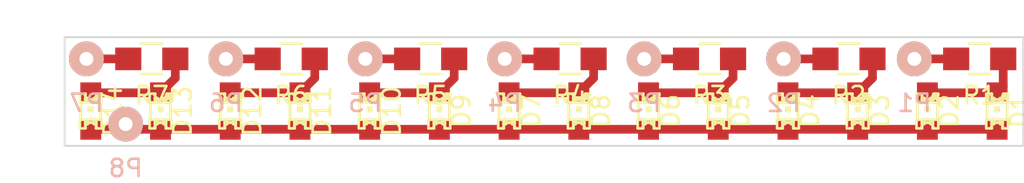
<source format=kicad_pcb>
(kicad_pcb (version 4) (host pcbnew "(after 2015-mar-04 BZR unknown)-product")

  (general
    (links 35)
    (no_connects 0)
    (area 86.141667 114.335 146.021191 125.265)
    (thickness 1.6)
    (drawings 5)
    (tracks 43)
    (zones 0)
    (modules 29)
    (nets 16)
  )

  (page A4)
  (layers
    (0 F.Cu signal)
    (31 B.Cu signal)
    (32 B.Adhes user)
    (33 F.Adhes user)
    (34 B.Paste user)
    (35 F.Paste user)
    (36 B.SilkS user)
    (37 F.SilkS user hide)
    (38 B.Mask user)
    (39 F.Mask user)
    (40 Dwgs.User user)
    (41 Cmts.User user)
    (42 Eco1.User user)
    (43 Eco2.User user)
    (44 Edge.Cuts user)
    (45 Margin user)
    (46 B.CrtYd user)
    (47 F.CrtYd user)
    (48 B.Fab user)
    (49 F.Fab user)
  )

  (setup
    (last_trace_width 0.5)
    (user_trace_width 0.5)
    (trace_clearance 0.2)
    (zone_clearance 0.508)
    (zone_45_only no)
    (trace_min 0.2)
    (segment_width 0.2)
    (edge_width 0.1)
    (via_size 0.6)
    (via_drill 0.4)
    (via_min_size 0.4)
    (via_min_drill 0.3)
    (uvia_size 0.3)
    (uvia_drill 0.1)
    (uvias_allowed no)
    (uvia_min_size 0.2)
    (uvia_min_drill 0.1)
    (pcb_text_width 0.3)
    (pcb_text_size 1.5 1.5)
    (mod_edge_width 0.15)
    (mod_text_size 1 1)
    (mod_text_width 0.15)
    (pad_size 1.5 1.5)
    (pad_drill 1)
    (pad_to_mask_clearance 0)
    (aux_axis_origin 0 0)
    (grid_origin 90 123)
    (visible_elements FFFCFF7F)
    (pcbplotparams
      (layerselection 0x01000_00000001)
      (usegerberextensions false)
      (excludeedgelayer false)
      (linewidth 0.100000)
      (plotframeref false)
      (viasonmask false)
      (mode 1)
      (useauxorigin false)
      (hpglpennumber 1)
      (hpglpenspeed 20)
      (hpglpendiameter 15)
      (hpglpenoverlay 2)
      (psnegative false)
      (psa4output false)
      (plotreference true)
      (plotvalue true)
      (plotinvisibletext false)
      (padsonsilk false)
      (subtractmaskfromsilk false)
      (outputformat 4)
      (mirror false)
      (drillshape 1)
      (scaleselection 1)
      (outputdirectory Plot/))
  )

  (net 0 "")
  (net 1 "Net-(D1-Pad2)")
  (net 2 "Net-(D1-Pad1)")
  (net 3 "Net-(D3-Pad1)")
  (net 4 "Net-(D5-Pad1)")
  (net 5 "Net-(D7-Pad1)")
  (net 6 "Net-(D10-Pad1)")
  (net 7 "Net-(D11-Pad1)")
  (net 8 "Net-(D13-Pad1)")
  (net 9 "Net-(P1-Pad1)")
  (net 10 "Net-(P2-Pad1)")
  (net 11 "Net-(P3-Pad1)")
  (net 12 "Net-(P4-Pad1)")
  (net 13 "Net-(P5-Pad1)")
  (net 14 "Net-(P6-Pad1)")
  (net 15 "Net-(P7-Pad1)")

  (net_class Default "This is the default net class."
    (clearance 0.2)
    (trace_width 0.25)
    (via_dia 0.6)
    (via_drill 0.4)
    (uvia_dia 0.3)
    (uvia_drill 0.1)
    (add_net "Net-(D1-Pad1)")
    (add_net "Net-(D1-Pad2)")
    (add_net "Net-(D10-Pad1)")
    (add_net "Net-(D11-Pad1)")
    (add_net "Net-(D13-Pad1)")
    (add_net "Net-(D3-Pad1)")
    (add_net "Net-(D5-Pad1)")
    (add_net "Net-(D7-Pad1)")
    (add_net "Net-(P1-Pad1)")
    (add_net "Net-(P2-Pad1)")
    (add_net "Net-(P3-Pad1)")
    (add_net "Net-(P4-Pad1)")
    (add_net "Net-(P5-Pad1)")
    (add_net "Net-(P6-Pad1)")
    (add_net "Net-(P7-Pad1)")
  )

  (module LEDs:LED-0805 (layer F.Cu) (tedit 5538B1C2) (tstamp 55659ED1)
    (at 143.5 121 270)
    (descr "LED 0805 smd package")
    (tags "LED 0805 SMD")
    (path /55659A41)
    (attr smd)
    (fp_text reference D1 (at 0 -1.27 270) (layer F.SilkS)
      (effects (font (size 1 1) (thickness 0.15)))
    )
    (fp_text value LED (at 0 1.27 270) (layer F.Fab)
      (effects (font (size 1 1) (thickness 0.15)))
    )
    (fp_line (start -0.49784 0.29972) (end -0.49784 0.62484) (layer F.SilkS) (width 0.15))
    (fp_line (start -0.49784 0.62484) (end -0.99822 0.62484) (layer F.SilkS) (width 0.15))
    (fp_line (start -0.99822 0.29972) (end -0.99822 0.62484) (layer F.SilkS) (width 0.15))
    (fp_line (start -0.49784 0.29972) (end -0.99822 0.29972) (layer F.SilkS) (width 0.15))
    (fp_line (start -0.49784 -0.32258) (end -0.49784 -0.17272) (layer F.SilkS) (width 0.15))
    (fp_line (start -0.49784 -0.17272) (end -0.7493 -0.17272) (layer F.SilkS) (width 0.15))
    (fp_line (start -0.7493 -0.32258) (end -0.7493 -0.17272) (layer F.SilkS) (width 0.15))
    (fp_line (start -0.49784 -0.32258) (end -0.7493 -0.32258) (layer F.SilkS) (width 0.15))
    (fp_line (start -0.49784 0.17272) (end -0.49784 0.32258) (layer F.SilkS) (width 0.15))
    (fp_line (start -0.49784 0.32258) (end -0.7493 0.32258) (layer F.SilkS) (width 0.15))
    (fp_line (start -0.7493 0.17272) (end -0.7493 0.32258) (layer F.SilkS) (width 0.15))
    (fp_line (start -0.49784 0.17272) (end -0.7493 0.17272) (layer F.SilkS) (width 0.15))
    (fp_line (start -0.49784 -0.19812) (end -0.49784 0.19812) (layer F.SilkS) (width 0.15))
    (fp_line (start -0.49784 0.19812) (end -0.6731 0.19812) (layer F.SilkS) (width 0.15))
    (fp_line (start -0.6731 -0.19812) (end -0.6731 0.19812) (layer F.SilkS) (width 0.15))
    (fp_line (start -0.49784 -0.19812) (end -0.6731 -0.19812) (layer F.SilkS) (width 0.15))
    (fp_line (start 0.99822 0.29972) (end 0.99822 0.62484) (layer F.SilkS) (width 0.15))
    (fp_line (start 0.99822 0.62484) (end 0.49784 0.62484) (layer F.SilkS) (width 0.15))
    (fp_line (start 0.49784 0.29972) (end 0.49784 0.62484) (layer F.SilkS) (width 0.15))
    (fp_line (start 0.99822 0.29972) (end 0.49784 0.29972) (layer F.SilkS) (width 0.15))
    (fp_line (start 0.99822 -0.62484) (end 0.99822 -0.29972) (layer F.SilkS) (width 0.15))
    (fp_line (start 0.99822 -0.29972) (end 0.49784 -0.29972) (layer F.SilkS) (width 0.15))
    (fp_line (start 0.49784 -0.62484) (end 0.49784 -0.29972) (layer F.SilkS) (width 0.15))
    (fp_line (start 0.99822 -0.62484) (end 0.49784 -0.62484) (layer F.SilkS) (width 0.15))
    (fp_line (start 0.7493 0.17272) (end 0.7493 0.32258) (layer F.SilkS) (width 0.15))
    (fp_line (start 0.7493 0.32258) (end 0.49784 0.32258) (layer F.SilkS) (width 0.15))
    (fp_line (start 0.49784 0.17272) (end 0.49784 0.32258) (layer F.SilkS) (width 0.15))
    (fp_line (start 0.7493 0.17272) (end 0.49784 0.17272) (layer F.SilkS) (width 0.15))
    (fp_line (start 0.7493 -0.32258) (end 0.7493 -0.17272) (layer F.SilkS) (width 0.15))
    (fp_line (start 0.7493 -0.17272) (end 0.49784 -0.17272) (layer F.SilkS) (width 0.15))
    (fp_line (start 0.49784 -0.32258) (end 0.49784 -0.17272) (layer F.SilkS) (width 0.15))
    (fp_line (start 0.7493 -0.32258) (end 0.49784 -0.32258) (layer F.SilkS) (width 0.15))
    (fp_line (start 0.6731 -0.19812) (end 0.6731 0.19812) (layer F.SilkS) (width 0.15))
    (fp_line (start 0.6731 0.19812) (end 0.49784 0.19812) (layer F.SilkS) (width 0.15))
    (fp_line (start 0.49784 -0.19812) (end 0.49784 0.19812) (layer F.SilkS) (width 0.15))
    (fp_line (start 0.6731 -0.19812) (end 0.49784 -0.19812) (layer F.SilkS) (width 0.15))
    (fp_line (start 0 -0.09906) (end 0 0.09906) (layer F.SilkS) (width 0.15))
    (fp_line (start 0 0.09906) (end -0.19812 0.09906) (layer F.SilkS) (width 0.15))
    (fp_line (start -0.19812 -0.09906) (end -0.19812 0.09906) (layer F.SilkS) (width 0.15))
    (fp_line (start 0 -0.09906) (end -0.19812 -0.09906) (layer F.SilkS) (width 0.15))
    (fp_line (start -0.49784 -0.59944) (end -0.49784 -0.29972) (layer F.SilkS) (width 0.15))
    (fp_line (start -0.49784 -0.29972) (end -0.79756 -0.29972) (layer F.SilkS) (width 0.15))
    (fp_line (start -0.79756 -0.59944) (end -0.79756 -0.29972) (layer F.SilkS) (width 0.15))
    (fp_line (start -0.49784 -0.59944) (end -0.79756 -0.59944) (layer F.SilkS) (width 0.15))
    (fp_line (start -0.92456 -0.62484) (end -0.92456 -0.39878) (layer F.SilkS) (width 0.15))
    (fp_line (start -0.92456 -0.39878) (end -0.99822 -0.39878) (layer F.SilkS) (width 0.15))
    (fp_line (start -0.99822 -0.62484) (end -0.99822 -0.39878) (layer F.SilkS) (width 0.15))
    (fp_line (start -0.92456 -0.62484) (end -0.99822 -0.62484) (layer F.SilkS) (width 0.15))
    (fp_line (start -0.52324 0.57404) (end 0.52324 0.57404) (layer F.SilkS) (width 0.15))
    (fp_line (start 0.49784 -0.57404) (end -0.92456 -0.57404) (layer F.SilkS) (width 0.15))
    (fp_circle (center -0.84836 -0.44958) (end -0.89916 -0.50038) (layer F.SilkS) (width 0.15))
    (fp_arc (start -0.99822 0) (end -0.99822 0.34798) (angle -180) (layer F.SilkS) (width 0.15))
    (fp_arc (start 0.99822 0) (end 0.99822 -0.34798) (angle -180) (layer F.SilkS) (width 0.15))
    (pad 2 smd rect (at 1.04902 0 90) (size 1.19888 1.19888) (layers F.Cu F.Paste F.Mask)
      (net 1 "Net-(D1-Pad2)"))
    (pad 1 smd rect (at -1.04902 0 90) (size 1.19888 1.19888) (layers F.Cu F.Paste F.Mask)
      (net 2 "Net-(D1-Pad1)"))
  )

  (module LEDs:LED-0805 (layer F.Cu) (tedit 5538B1C2) (tstamp 55659ED7)
    (at 139.5 121 270)
    (descr "LED 0805 smd package")
    (tags "LED 0805 SMD")
    (path /5565A92C)
    (attr smd)
    (fp_text reference D2 (at 0 -1.27 270) (layer F.SilkS)
      (effects (font (size 1 1) (thickness 0.15)))
    )
    (fp_text value LED (at 0 1.27 270) (layer F.Fab)
      (effects (font (size 1 1) (thickness 0.15)))
    )
    (fp_line (start -0.49784 0.29972) (end -0.49784 0.62484) (layer F.SilkS) (width 0.15))
    (fp_line (start -0.49784 0.62484) (end -0.99822 0.62484) (layer F.SilkS) (width 0.15))
    (fp_line (start -0.99822 0.29972) (end -0.99822 0.62484) (layer F.SilkS) (width 0.15))
    (fp_line (start -0.49784 0.29972) (end -0.99822 0.29972) (layer F.SilkS) (width 0.15))
    (fp_line (start -0.49784 -0.32258) (end -0.49784 -0.17272) (layer F.SilkS) (width 0.15))
    (fp_line (start -0.49784 -0.17272) (end -0.7493 -0.17272) (layer F.SilkS) (width 0.15))
    (fp_line (start -0.7493 -0.32258) (end -0.7493 -0.17272) (layer F.SilkS) (width 0.15))
    (fp_line (start -0.49784 -0.32258) (end -0.7493 -0.32258) (layer F.SilkS) (width 0.15))
    (fp_line (start -0.49784 0.17272) (end -0.49784 0.32258) (layer F.SilkS) (width 0.15))
    (fp_line (start -0.49784 0.32258) (end -0.7493 0.32258) (layer F.SilkS) (width 0.15))
    (fp_line (start -0.7493 0.17272) (end -0.7493 0.32258) (layer F.SilkS) (width 0.15))
    (fp_line (start -0.49784 0.17272) (end -0.7493 0.17272) (layer F.SilkS) (width 0.15))
    (fp_line (start -0.49784 -0.19812) (end -0.49784 0.19812) (layer F.SilkS) (width 0.15))
    (fp_line (start -0.49784 0.19812) (end -0.6731 0.19812) (layer F.SilkS) (width 0.15))
    (fp_line (start -0.6731 -0.19812) (end -0.6731 0.19812) (layer F.SilkS) (width 0.15))
    (fp_line (start -0.49784 -0.19812) (end -0.6731 -0.19812) (layer F.SilkS) (width 0.15))
    (fp_line (start 0.99822 0.29972) (end 0.99822 0.62484) (layer F.SilkS) (width 0.15))
    (fp_line (start 0.99822 0.62484) (end 0.49784 0.62484) (layer F.SilkS) (width 0.15))
    (fp_line (start 0.49784 0.29972) (end 0.49784 0.62484) (layer F.SilkS) (width 0.15))
    (fp_line (start 0.99822 0.29972) (end 0.49784 0.29972) (layer F.SilkS) (width 0.15))
    (fp_line (start 0.99822 -0.62484) (end 0.99822 -0.29972) (layer F.SilkS) (width 0.15))
    (fp_line (start 0.99822 -0.29972) (end 0.49784 -0.29972) (layer F.SilkS) (width 0.15))
    (fp_line (start 0.49784 -0.62484) (end 0.49784 -0.29972) (layer F.SilkS) (width 0.15))
    (fp_line (start 0.99822 -0.62484) (end 0.49784 -0.62484) (layer F.SilkS) (width 0.15))
    (fp_line (start 0.7493 0.17272) (end 0.7493 0.32258) (layer F.SilkS) (width 0.15))
    (fp_line (start 0.7493 0.32258) (end 0.49784 0.32258) (layer F.SilkS) (width 0.15))
    (fp_line (start 0.49784 0.17272) (end 0.49784 0.32258) (layer F.SilkS) (width 0.15))
    (fp_line (start 0.7493 0.17272) (end 0.49784 0.17272) (layer F.SilkS) (width 0.15))
    (fp_line (start 0.7493 -0.32258) (end 0.7493 -0.17272) (layer F.SilkS) (width 0.15))
    (fp_line (start 0.7493 -0.17272) (end 0.49784 -0.17272) (layer F.SilkS) (width 0.15))
    (fp_line (start 0.49784 -0.32258) (end 0.49784 -0.17272) (layer F.SilkS) (width 0.15))
    (fp_line (start 0.7493 -0.32258) (end 0.49784 -0.32258) (layer F.SilkS) (width 0.15))
    (fp_line (start 0.6731 -0.19812) (end 0.6731 0.19812) (layer F.SilkS) (width 0.15))
    (fp_line (start 0.6731 0.19812) (end 0.49784 0.19812) (layer F.SilkS) (width 0.15))
    (fp_line (start 0.49784 -0.19812) (end 0.49784 0.19812) (layer F.SilkS) (width 0.15))
    (fp_line (start 0.6731 -0.19812) (end 0.49784 -0.19812) (layer F.SilkS) (width 0.15))
    (fp_line (start 0 -0.09906) (end 0 0.09906) (layer F.SilkS) (width 0.15))
    (fp_line (start 0 0.09906) (end -0.19812 0.09906) (layer F.SilkS) (width 0.15))
    (fp_line (start -0.19812 -0.09906) (end -0.19812 0.09906) (layer F.SilkS) (width 0.15))
    (fp_line (start 0 -0.09906) (end -0.19812 -0.09906) (layer F.SilkS) (width 0.15))
    (fp_line (start -0.49784 -0.59944) (end -0.49784 -0.29972) (layer F.SilkS) (width 0.15))
    (fp_line (start -0.49784 -0.29972) (end -0.79756 -0.29972) (layer F.SilkS) (width 0.15))
    (fp_line (start -0.79756 -0.59944) (end -0.79756 -0.29972) (layer F.SilkS) (width 0.15))
    (fp_line (start -0.49784 -0.59944) (end -0.79756 -0.59944) (layer F.SilkS) (width 0.15))
    (fp_line (start -0.92456 -0.62484) (end -0.92456 -0.39878) (layer F.SilkS) (width 0.15))
    (fp_line (start -0.92456 -0.39878) (end -0.99822 -0.39878) (layer F.SilkS) (width 0.15))
    (fp_line (start -0.99822 -0.62484) (end -0.99822 -0.39878) (layer F.SilkS) (width 0.15))
    (fp_line (start -0.92456 -0.62484) (end -0.99822 -0.62484) (layer F.SilkS) (width 0.15))
    (fp_line (start -0.52324 0.57404) (end 0.52324 0.57404) (layer F.SilkS) (width 0.15))
    (fp_line (start 0.49784 -0.57404) (end -0.92456 -0.57404) (layer F.SilkS) (width 0.15))
    (fp_circle (center -0.84836 -0.44958) (end -0.89916 -0.50038) (layer F.SilkS) (width 0.15))
    (fp_arc (start -0.99822 0) (end -0.99822 0.34798) (angle -180) (layer F.SilkS) (width 0.15))
    (fp_arc (start 0.99822 0) (end 0.99822 -0.34798) (angle -180) (layer F.SilkS) (width 0.15))
    (pad 2 smd rect (at 1.04902 0 90) (size 1.19888 1.19888) (layers F.Cu F.Paste F.Mask)
      (net 1 "Net-(D1-Pad2)"))
    (pad 1 smd rect (at -1.04902 0 90) (size 1.19888 1.19888) (layers F.Cu F.Paste F.Mask)
      (net 2 "Net-(D1-Pad1)"))
  )

  (module LEDs:LED-0805 (layer F.Cu) (tedit 5538B1C2) (tstamp 55659EDD)
    (at 135.5 121 270)
    (descr "LED 0805 smd package")
    (tags "LED 0805 SMD")
    (path /5565B6D3)
    (attr smd)
    (fp_text reference D3 (at 0 -1.27 270) (layer F.SilkS)
      (effects (font (size 1 1) (thickness 0.15)))
    )
    (fp_text value LED (at 0 1.27 270) (layer F.Fab)
      (effects (font (size 1 1) (thickness 0.15)))
    )
    (fp_line (start -0.49784 0.29972) (end -0.49784 0.62484) (layer F.SilkS) (width 0.15))
    (fp_line (start -0.49784 0.62484) (end -0.99822 0.62484) (layer F.SilkS) (width 0.15))
    (fp_line (start -0.99822 0.29972) (end -0.99822 0.62484) (layer F.SilkS) (width 0.15))
    (fp_line (start -0.49784 0.29972) (end -0.99822 0.29972) (layer F.SilkS) (width 0.15))
    (fp_line (start -0.49784 -0.32258) (end -0.49784 -0.17272) (layer F.SilkS) (width 0.15))
    (fp_line (start -0.49784 -0.17272) (end -0.7493 -0.17272) (layer F.SilkS) (width 0.15))
    (fp_line (start -0.7493 -0.32258) (end -0.7493 -0.17272) (layer F.SilkS) (width 0.15))
    (fp_line (start -0.49784 -0.32258) (end -0.7493 -0.32258) (layer F.SilkS) (width 0.15))
    (fp_line (start -0.49784 0.17272) (end -0.49784 0.32258) (layer F.SilkS) (width 0.15))
    (fp_line (start -0.49784 0.32258) (end -0.7493 0.32258) (layer F.SilkS) (width 0.15))
    (fp_line (start -0.7493 0.17272) (end -0.7493 0.32258) (layer F.SilkS) (width 0.15))
    (fp_line (start -0.49784 0.17272) (end -0.7493 0.17272) (layer F.SilkS) (width 0.15))
    (fp_line (start -0.49784 -0.19812) (end -0.49784 0.19812) (layer F.SilkS) (width 0.15))
    (fp_line (start -0.49784 0.19812) (end -0.6731 0.19812) (layer F.SilkS) (width 0.15))
    (fp_line (start -0.6731 -0.19812) (end -0.6731 0.19812) (layer F.SilkS) (width 0.15))
    (fp_line (start -0.49784 -0.19812) (end -0.6731 -0.19812) (layer F.SilkS) (width 0.15))
    (fp_line (start 0.99822 0.29972) (end 0.99822 0.62484) (layer F.SilkS) (width 0.15))
    (fp_line (start 0.99822 0.62484) (end 0.49784 0.62484) (layer F.SilkS) (width 0.15))
    (fp_line (start 0.49784 0.29972) (end 0.49784 0.62484) (layer F.SilkS) (width 0.15))
    (fp_line (start 0.99822 0.29972) (end 0.49784 0.29972) (layer F.SilkS) (width 0.15))
    (fp_line (start 0.99822 -0.62484) (end 0.99822 -0.29972) (layer F.SilkS) (width 0.15))
    (fp_line (start 0.99822 -0.29972) (end 0.49784 -0.29972) (layer F.SilkS) (width 0.15))
    (fp_line (start 0.49784 -0.62484) (end 0.49784 -0.29972) (layer F.SilkS) (width 0.15))
    (fp_line (start 0.99822 -0.62484) (end 0.49784 -0.62484) (layer F.SilkS) (width 0.15))
    (fp_line (start 0.7493 0.17272) (end 0.7493 0.32258) (layer F.SilkS) (width 0.15))
    (fp_line (start 0.7493 0.32258) (end 0.49784 0.32258) (layer F.SilkS) (width 0.15))
    (fp_line (start 0.49784 0.17272) (end 0.49784 0.32258) (layer F.SilkS) (width 0.15))
    (fp_line (start 0.7493 0.17272) (end 0.49784 0.17272) (layer F.SilkS) (width 0.15))
    (fp_line (start 0.7493 -0.32258) (end 0.7493 -0.17272) (layer F.SilkS) (width 0.15))
    (fp_line (start 0.7493 -0.17272) (end 0.49784 -0.17272) (layer F.SilkS) (width 0.15))
    (fp_line (start 0.49784 -0.32258) (end 0.49784 -0.17272) (layer F.SilkS) (width 0.15))
    (fp_line (start 0.7493 -0.32258) (end 0.49784 -0.32258) (layer F.SilkS) (width 0.15))
    (fp_line (start 0.6731 -0.19812) (end 0.6731 0.19812) (layer F.SilkS) (width 0.15))
    (fp_line (start 0.6731 0.19812) (end 0.49784 0.19812) (layer F.SilkS) (width 0.15))
    (fp_line (start 0.49784 -0.19812) (end 0.49784 0.19812) (layer F.SilkS) (width 0.15))
    (fp_line (start 0.6731 -0.19812) (end 0.49784 -0.19812) (layer F.SilkS) (width 0.15))
    (fp_line (start 0 -0.09906) (end 0 0.09906) (layer F.SilkS) (width 0.15))
    (fp_line (start 0 0.09906) (end -0.19812 0.09906) (layer F.SilkS) (width 0.15))
    (fp_line (start -0.19812 -0.09906) (end -0.19812 0.09906) (layer F.SilkS) (width 0.15))
    (fp_line (start 0 -0.09906) (end -0.19812 -0.09906) (layer F.SilkS) (width 0.15))
    (fp_line (start -0.49784 -0.59944) (end -0.49784 -0.29972) (layer F.SilkS) (width 0.15))
    (fp_line (start -0.49784 -0.29972) (end -0.79756 -0.29972) (layer F.SilkS) (width 0.15))
    (fp_line (start -0.79756 -0.59944) (end -0.79756 -0.29972) (layer F.SilkS) (width 0.15))
    (fp_line (start -0.49784 -0.59944) (end -0.79756 -0.59944) (layer F.SilkS) (width 0.15))
    (fp_line (start -0.92456 -0.62484) (end -0.92456 -0.39878) (layer F.SilkS) (width 0.15))
    (fp_line (start -0.92456 -0.39878) (end -0.99822 -0.39878) (layer F.SilkS) (width 0.15))
    (fp_line (start -0.99822 -0.62484) (end -0.99822 -0.39878) (layer F.SilkS) (width 0.15))
    (fp_line (start -0.92456 -0.62484) (end -0.99822 -0.62484) (layer F.SilkS) (width 0.15))
    (fp_line (start -0.52324 0.57404) (end 0.52324 0.57404) (layer F.SilkS) (width 0.15))
    (fp_line (start 0.49784 -0.57404) (end -0.92456 -0.57404) (layer F.SilkS) (width 0.15))
    (fp_circle (center -0.84836 -0.44958) (end -0.89916 -0.50038) (layer F.SilkS) (width 0.15))
    (fp_arc (start -0.99822 0) (end -0.99822 0.34798) (angle -180) (layer F.SilkS) (width 0.15))
    (fp_arc (start 0.99822 0) (end 0.99822 -0.34798) (angle -180) (layer F.SilkS) (width 0.15))
    (pad 2 smd rect (at 1.04902 0 90) (size 1.19888 1.19888) (layers F.Cu F.Paste F.Mask)
      (net 1 "Net-(D1-Pad2)"))
    (pad 1 smd rect (at -1.04902 0 90) (size 1.19888 1.19888) (layers F.Cu F.Paste F.Mask)
      (net 3 "Net-(D3-Pad1)"))
  )

  (module LEDs:LED-0805 (layer F.Cu) (tedit 5538B1C2) (tstamp 55659EE3)
    (at 131.5 121 270)
    (descr "LED 0805 smd package")
    (tags "LED 0805 SMD")
    (path /5565B6DF)
    (attr smd)
    (fp_text reference D4 (at 0 -1.27 270) (layer F.SilkS)
      (effects (font (size 1 1) (thickness 0.15)))
    )
    (fp_text value LED (at 0 1.27 270) (layer F.Fab)
      (effects (font (size 1 1) (thickness 0.15)))
    )
    (fp_line (start -0.49784 0.29972) (end -0.49784 0.62484) (layer F.SilkS) (width 0.15))
    (fp_line (start -0.49784 0.62484) (end -0.99822 0.62484) (layer F.SilkS) (width 0.15))
    (fp_line (start -0.99822 0.29972) (end -0.99822 0.62484) (layer F.SilkS) (width 0.15))
    (fp_line (start -0.49784 0.29972) (end -0.99822 0.29972) (layer F.SilkS) (width 0.15))
    (fp_line (start -0.49784 -0.32258) (end -0.49784 -0.17272) (layer F.SilkS) (width 0.15))
    (fp_line (start -0.49784 -0.17272) (end -0.7493 -0.17272) (layer F.SilkS) (width 0.15))
    (fp_line (start -0.7493 -0.32258) (end -0.7493 -0.17272) (layer F.SilkS) (width 0.15))
    (fp_line (start -0.49784 -0.32258) (end -0.7493 -0.32258) (layer F.SilkS) (width 0.15))
    (fp_line (start -0.49784 0.17272) (end -0.49784 0.32258) (layer F.SilkS) (width 0.15))
    (fp_line (start -0.49784 0.32258) (end -0.7493 0.32258) (layer F.SilkS) (width 0.15))
    (fp_line (start -0.7493 0.17272) (end -0.7493 0.32258) (layer F.SilkS) (width 0.15))
    (fp_line (start -0.49784 0.17272) (end -0.7493 0.17272) (layer F.SilkS) (width 0.15))
    (fp_line (start -0.49784 -0.19812) (end -0.49784 0.19812) (layer F.SilkS) (width 0.15))
    (fp_line (start -0.49784 0.19812) (end -0.6731 0.19812) (layer F.SilkS) (width 0.15))
    (fp_line (start -0.6731 -0.19812) (end -0.6731 0.19812) (layer F.SilkS) (width 0.15))
    (fp_line (start -0.49784 -0.19812) (end -0.6731 -0.19812) (layer F.SilkS) (width 0.15))
    (fp_line (start 0.99822 0.29972) (end 0.99822 0.62484) (layer F.SilkS) (width 0.15))
    (fp_line (start 0.99822 0.62484) (end 0.49784 0.62484) (layer F.SilkS) (width 0.15))
    (fp_line (start 0.49784 0.29972) (end 0.49784 0.62484) (layer F.SilkS) (width 0.15))
    (fp_line (start 0.99822 0.29972) (end 0.49784 0.29972) (layer F.SilkS) (width 0.15))
    (fp_line (start 0.99822 -0.62484) (end 0.99822 -0.29972) (layer F.SilkS) (width 0.15))
    (fp_line (start 0.99822 -0.29972) (end 0.49784 -0.29972) (layer F.SilkS) (width 0.15))
    (fp_line (start 0.49784 -0.62484) (end 0.49784 -0.29972) (layer F.SilkS) (width 0.15))
    (fp_line (start 0.99822 -0.62484) (end 0.49784 -0.62484) (layer F.SilkS) (width 0.15))
    (fp_line (start 0.7493 0.17272) (end 0.7493 0.32258) (layer F.SilkS) (width 0.15))
    (fp_line (start 0.7493 0.32258) (end 0.49784 0.32258) (layer F.SilkS) (width 0.15))
    (fp_line (start 0.49784 0.17272) (end 0.49784 0.32258) (layer F.SilkS) (width 0.15))
    (fp_line (start 0.7493 0.17272) (end 0.49784 0.17272) (layer F.SilkS) (width 0.15))
    (fp_line (start 0.7493 -0.32258) (end 0.7493 -0.17272) (layer F.SilkS) (width 0.15))
    (fp_line (start 0.7493 -0.17272) (end 0.49784 -0.17272) (layer F.SilkS) (width 0.15))
    (fp_line (start 0.49784 -0.32258) (end 0.49784 -0.17272) (layer F.SilkS) (width 0.15))
    (fp_line (start 0.7493 -0.32258) (end 0.49784 -0.32258) (layer F.SilkS) (width 0.15))
    (fp_line (start 0.6731 -0.19812) (end 0.6731 0.19812) (layer F.SilkS) (width 0.15))
    (fp_line (start 0.6731 0.19812) (end 0.49784 0.19812) (layer F.SilkS) (width 0.15))
    (fp_line (start 0.49784 -0.19812) (end 0.49784 0.19812) (layer F.SilkS) (width 0.15))
    (fp_line (start 0.6731 -0.19812) (end 0.49784 -0.19812) (layer F.SilkS) (width 0.15))
    (fp_line (start 0 -0.09906) (end 0 0.09906) (layer F.SilkS) (width 0.15))
    (fp_line (start 0 0.09906) (end -0.19812 0.09906) (layer F.SilkS) (width 0.15))
    (fp_line (start -0.19812 -0.09906) (end -0.19812 0.09906) (layer F.SilkS) (width 0.15))
    (fp_line (start 0 -0.09906) (end -0.19812 -0.09906) (layer F.SilkS) (width 0.15))
    (fp_line (start -0.49784 -0.59944) (end -0.49784 -0.29972) (layer F.SilkS) (width 0.15))
    (fp_line (start -0.49784 -0.29972) (end -0.79756 -0.29972) (layer F.SilkS) (width 0.15))
    (fp_line (start -0.79756 -0.59944) (end -0.79756 -0.29972) (layer F.SilkS) (width 0.15))
    (fp_line (start -0.49784 -0.59944) (end -0.79756 -0.59944) (layer F.SilkS) (width 0.15))
    (fp_line (start -0.92456 -0.62484) (end -0.92456 -0.39878) (layer F.SilkS) (width 0.15))
    (fp_line (start -0.92456 -0.39878) (end -0.99822 -0.39878) (layer F.SilkS) (width 0.15))
    (fp_line (start -0.99822 -0.62484) (end -0.99822 -0.39878) (layer F.SilkS) (width 0.15))
    (fp_line (start -0.92456 -0.62484) (end -0.99822 -0.62484) (layer F.SilkS) (width 0.15))
    (fp_line (start -0.52324 0.57404) (end 0.52324 0.57404) (layer F.SilkS) (width 0.15))
    (fp_line (start 0.49784 -0.57404) (end -0.92456 -0.57404) (layer F.SilkS) (width 0.15))
    (fp_circle (center -0.84836 -0.44958) (end -0.89916 -0.50038) (layer F.SilkS) (width 0.15))
    (fp_arc (start -0.99822 0) (end -0.99822 0.34798) (angle -180) (layer F.SilkS) (width 0.15))
    (fp_arc (start 0.99822 0) (end 0.99822 -0.34798) (angle -180) (layer F.SilkS) (width 0.15))
    (pad 2 smd rect (at 1.04902 0 90) (size 1.19888 1.19888) (layers F.Cu F.Paste F.Mask)
      (net 1 "Net-(D1-Pad2)"))
    (pad 1 smd rect (at -1.04902 0 90) (size 1.19888 1.19888) (layers F.Cu F.Paste F.Mask)
      (net 3 "Net-(D3-Pad1)"))
  )

  (module LEDs:LED-0805 (layer F.Cu) (tedit 5538B1C2) (tstamp 55659EE9)
    (at 127.5 121 270)
    (descr "LED 0805 smd package")
    (tags "LED 0805 SMD")
    (path /5565BBFC)
    (attr smd)
    (fp_text reference D5 (at 0 -1.27 270) (layer F.SilkS)
      (effects (font (size 1 1) (thickness 0.15)))
    )
    (fp_text value LED (at 0 1.27 270) (layer F.Fab)
      (effects (font (size 1 1) (thickness 0.15)))
    )
    (fp_line (start -0.49784 0.29972) (end -0.49784 0.62484) (layer F.SilkS) (width 0.15))
    (fp_line (start -0.49784 0.62484) (end -0.99822 0.62484) (layer F.SilkS) (width 0.15))
    (fp_line (start -0.99822 0.29972) (end -0.99822 0.62484) (layer F.SilkS) (width 0.15))
    (fp_line (start -0.49784 0.29972) (end -0.99822 0.29972) (layer F.SilkS) (width 0.15))
    (fp_line (start -0.49784 -0.32258) (end -0.49784 -0.17272) (layer F.SilkS) (width 0.15))
    (fp_line (start -0.49784 -0.17272) (end -0.7493 -0.17272) (layer F.SilkS) (width 0.15))
    (fp_line (start -0.7493 -0.32258) (end -0.7493 -0.17272) (layer F.SilkS) (width 0.15))
    (fp_line (start -0.49784 -0.32258) (end -0.7493 -0.32258) (layer F.SilkS) (width 0.15))
    (fp_line (start -0.49784 0.17272) (end -0.49784 0.32258) (layer F.SilkS) (width 0.15))
    (fp_line (start -0.49784 0.32258) (end -0.7493 0.32258) (layer F.SilkS) (width 0.15))
    (fp_line (start -0.7493 0.17272) (end -0.7493 0.32258) (layer F.SilkS) (width 0.15))
    (fp_line (start -0.49784 0.17272) (end -0.7493 0.17272) (layer F.SilkS) (width 0.15))
    (fp_line (start -0.49784 -0.19812) (end -0.49784 0.19812) (layer F.SilkS) (width 0.15))
    (fp_line (start -0.49784 0.19812) (end -0.6731 0.19812) (layer F.SilkS) (width 0.15))
    (fp_line (start -0.6731 -0.19812) (end -0.6731 0.19812) (layer F.SilkS) (width 0.15))
    (fp_line (start -0.49784 -0.19812) (end -0.6731 -0.19812) (layer F.SilkS) (width 0.15))
    (fp_line (start 0.99822 0.29972) (end 0.99822 0.62484) (layer F.SilkS) (width 0.15))
    (fp_line (start 0.99822 0.62484) (end 0.49784 0.62484) (layer F.SilkS) (width 0.15))
    (fp_line (start 0.49784 0.29972) (end 0.49784 0.62484) (layer F.SilkS) (width 0.15))
    (fp_line (start 0.99822 0.29972) (end 0.49784 0.29972) (layer F.SilkS) (width 0.15))
    (fp_line (start 0.99822 -0.62484) (end 0.99822 -0.29972) (layer F.SilkS) (width 0.15))
    (fp_line (start 0.99822 -0.29972) (end 0.49784 -0.29972) (layer F.SilkS) (width 0.15))
    (fp_line (start 0.49784 -0.62484) (end 0.49784 -0.29972) (layer F.SilkS) (width 0.15))
    (fp_line (start 0.99822 -0.62484) (end 0.49784 -0.62484) (layer F.SilkS) (width 0.15))
    (fp_line (start 0.7493 0.17272) (end 0.7493 0.32258) (layer F.SilkS) (width 0.15))
    (fp_line (start 0.7493 0.32258) (end 0.49784 0.32258) (layer F.SilkS) (width 0.15))
    (fp_line (start 0.49784 0.17272) (end 0.49784 0.32258) (layer F.SilkS) (width 0.15))
    (fp_line (start 0.7493 0.17272) (end 0.49784 0.17272) (layer F.SilkS) (width 0.15))
    (fp_line (start 0.7493 -0.32258) (end 0.7493 -0.17272) (layer F.SilkS) (width 0.15))
    (fp_line (start 0.7493 -0.17272) (end 0.49784 -0.17272) (layer F.SilkS) (width 0.15))
    (fp_line (start 0.49784 -0.32258) (end 0.49784 -0.17272) (layer F.SilkS) (width 0.15))
    (fp_line (start 0.7493 -0.32258) (end 0.49784 -0.32258) (layer F.SilkS) (width 0.15))
    (fp_line (start 0.6731 -0.19812) (end 0.6731 0.19812) (layer F.SilkS) (width 0.15))
    (fp_line (start 0.6731 0.19812) (end 0.49784 0.19812) (layer F.SilkS) (width 0.15))
    (fp_line (start 0.49784 -0.19812) (end 0.49784 0.19812) (layer F.SilkS) (width 0.15))
    (fp_line (start 0.6731 -0.19812) (end 0.49784 -0.19812) (layer F.SilkS) (width 0.15))
    (fp_line (start 0 -0.09906) (end 0 0.09906) (layer F.SilkS) (width 0.15))
    (fp_line (start 0 0.09906) (end -0.19812 0.09906) (layer F.SilkS) (width 0.15))
    (fp_line (start -0.19812 -0.09906) (end -0.19812 0.09906) (layer F.SilkS) (width 0.15))
    (fp_line (start 0 -0.09906) (end -0.19812 -0.09906) (layer F.SilkS) (width 0.15))
    (fp_line (start -0.49784 -0.59944) (end -0.49784 -0.29972) (layer F.SilkS) (width 0.15))
    (fp_line (start -0.49784 -0.29972) (end -0.79756 -0.29972) (layer F.SilkS) (width 0.15))
    (fp_line (start -0.79756 -0.59944) (end -0.79756 -0.29972) (layer F.SilkS) (width 0.15))
    (fp_line (start -0.49784 -0.59944) (end -0.79756 -0.59944) (layer F.SilkS) (width 0.15))
    (fp_line (start -0.92456 -0.62484) (end -0.92456 -0.39878) (layer F.SilkS) (width 0.15))
    (fp_line (start -0.92456 -0.39878) (end -0.99822 -0.39878) (layer F.SilkS) (width 0.15))
    (fp_line (start -0.99822 -0.62484) (end -0.99822 -0.39878) (layer F.SilkS) (width 0.15))
    (fp_line (start -0.92456 -0.62484) (end -0.99822 -0.62484) (layer F.SilkS) (width 0.15))
    (fp_line (start -0.52324 0.57404) (end 0.52324 0.57404) (layer F.SilkS) (width 0.15))
    (fp_line (start 0.49784 -0.57404) (end -0.92456 -0.57404) (layer F.SilkS) (width 0.15))
    (fp_circle (center -0.84836 -0.44958) (end -0.89916 -0.50038) (layer F.SilkS) (width 0.15))
    (fp_arc (start -0.99822 0) (end -0.99822 0.34798) (angle -180) (layer F.SilkS) (width 0.15))
    (fp_arc (start 0.99822 0) (end 0.99822 -0.34798) (angle -180) (layer F.SilkS) (width 0.15))
    (pad 2 smd rect (at 1.04902 0 90) (size 1.19888 1.19888) (layers F.Cu F.Paste F.Mask)
      (net 1 "Net-(D1-Pad2)"))
    (pad 1 smd rect (at -1.04902 0 90) (size 1.19888 1.19888) (layers F.Cu F.Paste F.Mask)
      (net 4 "Net-(D5-Pad1)"))
  )

  (module LEDs:LED-0805 (layer F.Cu) (tedit 5538B1C2) (tstamp 55659EEF)
    (at 123.5 121 270)
    (descr "LED 0805 smd package")
    (tags "LED 0805 SMD")
    (path /5565BC08)
    (attr smd)
    (fp_text reference D6 (at 0 -1.27 270) (layer F.SilkS)
      (effects (font (size 1 1) (thickness 0.15)))
    )
    (fp_text value LED (at 0 1.27 270) (layer F.Fab)
      (effects (font (size 1 1) (thickness 0.15)))
    )
    (fp_line (start -0.49784 0.29972) (end -0.49784 0.62484) (layer F.SilkS) (width 0.15))
    (fp_line (start -0.49784 0.62484) (end -0.99822 0.62484) (layer F.SilkS) (width 0.15))
    (fp_line (start -0.99822 0.29972) (end -0.99822 0.62484) (layer F.SilkS) (width 0.15))
    (fp_line (start -0.49784 0.29972) (end -0.99822 0.29972) (layer F.SilkS) (width 0.15))
    (fp_line (start -0.49784 -0.32258) (end -0.49784 -0.17272) (layer F.SilkS) (width 0.15))
    (fp_line (start -0.49784 -0.17272) (end -0.7493 -0.17272) (layer F.SilkS) (width 0.15))
    (fp_line (start -0.7493 -0.32258) (end -0.7493 -0.17272) (layer F.SilkS) (width 0.15))
    (fp_line (start -0.49784 -0.32258) (end -0.7493 -0.32258) (layer F.SilkS) (width 0.15))
    (fp_line (start -0.49784 0.17272) (end -0.49784 0.32258) (layer F.SilkS) (width 0.15))
    (fp_line (start -0.49784 0.32258) (end -0.7493 0.32258) (layer F.SilkS) (width 0.15))
    (fp_line (start -0.7493 0.17272) (end -0.7493 0.32258) (layer F.SilkS) (width 0.15))
    (fp_line (start -0.49784 0.17272) (end -0.7493 0.17272) (layer F.SilkS) (width 0.15))
    (fp_line (start -0.49784 -0.19812) (end -0.49784 0.19812) (layer F.SilkS) (width 0.15))
    (fp_line (start -0.49784 0.19812) (end -0.6731 0.19812) (layer F.SilkS) (width 0.15))
    (fp_line (start -0.6731 -0.19812) (end -0.6731 0.19812) (layer F.SilkS) (width 0.15))
    (fp_line (start -0.49784 -0.19812) (end -0.6731 -0.19812) (layer F.SilkS) (width 0.15))
    (fp_line (start 0.99822 0.29972) (end 0.99822 0.62484) (layer F.SilkS) (width 0.15))
    (fp_line (start 0.99822 0.62484) (end 0.49784 0.62484) (layer F.SilkS) (width 0.15))
    (fp_line (start 0.49784 0.29972) (end 0.49784 0.62484) (layer F.SilkS) (width 0.15))
    (fp_line (start 0.99822 0.29972) (end 0.49784 0.29972) (layer F.SilkS) (width 0.15))
    (fp_line (start 0.99822 -0.62484) (end 0.99822 -0.29972) (layer F.SilkS) (width 0.15))
    (fp_line (start 0.99822 -0.29972) (end 0.49784 -0.29972) (layer F.SilkS) (width 0.15))
    (fp_line (start 0.49784 -0.62484) (end 0.49784 -0.29972) (layer F.SilkS) (width 0.15))
    (fp_line (start 0.99822 -0.62484) (end 0.49784 -0.62484) (layer F.SilkS) (width 0.15))
    (fp_line (start 0.7493 0.17272) (end 0.7493 0.32258) (layer F.SilkS) (width 0.15))
    (fp_line (start 0.7493 0.32258) (end 0.49784 0.32258) (layer F.SilkS) (width 0.15))
    (fp_line (start 0.49784 0.17272) (end 0.49784 0.32258) (layer F.SilkS) (width 0.15))
    (fp_line (start 0.7493 0.17272) (end 0.49784 0.17272) (layer F.SilkS) (width 0.15))
    (fp_line (start 0.7493 -0.32258) (end 0.7493 -0.17272) (layer F.SilkS) (width 0.15))
    (fp_line (start 0.7493 -0.17272) (end 0.49784 -0.17272) (layer F.SilkS) (width 0.15))
    (fp_line (start 0.49784 -0.32258) (end 0.49784 -0.17272) (layer F.SilkS) (width 0.15))
    (fp_line (start 0.7493 -0.32258) (end 0.49784 -0.32258) (layer F.SilkS) (width 0.15))
    (fp_line (start 0.6731 -0.19812) (end 0.6731 0.19812) (layer F.SilkS) (width 0.15))
    (fp_line (start 0.6731 0.19812) (end 0.49784 0.19812) (layer F.SilkS) (width 0.15))
    (fp_line (start 0.49784 -0.19812) (end 0.49784 0.19812) (layer F.SilkS) (width 0.15))
    (fp_line (start 0.6731 -0.19812) (end 0.49784 -0.19812) (layer F.SilkS) (width 0.15))
    (fp_line (start 0 -0.09906) (end 0 0.09906) (layer F.SilkS) (width 0.15))
    (fp_line (start 0 0.09906) (end -0.19812 0.09906) (layer F.SilkS) (width 0.15))
    (fp_line (start -0.19812 -0.09906) (end -0.19812 0.09906) (layer F.SilkS) (width 0.15))
    (fp_line (start 0 -0.09906) (end -0.19812 -0.09906) (layer F.SilkS) (width 0.15))
    (fp_line (start -0.49784 -0.59944) (end -0.49784 -0.29972) (layer F.SilkS) (width 0.15))
    (fp_line (start -0.49784 -0.29972) (end -0.79756 -0.29972) (layer F.SilkS) (width 0.15))
    (fp_line (start -0.79756 -0.59944) (end -0.79756 -0.29972) (layer F.SilkS) (width 0.15))
    (fp_line (start -0.49784 -0.59944) (end -0.79756 -0.59944) (layer F.SilkS) (width 0.15))
    (fp_line (start -0.92456 -0.62484) (end -0.92456 -0.39878) (layer F.SilkS) (width 0.15))
    (fp_line (start -0.92456 -0.39878) (end -0.99822 -0.39878) (layer F.SilkS) (width 0.15))
    (fp_line (start -0.99822 -0.62484) (end -0.99822 -0.39878) (layer F.SilkS) (width 0.15))
    (fp_line (start -0.92456 -0.62484) (end -0.99822 -0.62484) (layer F.SilkS) (width 0.15))
    (fp_line (start -0.52324 0.57404) (end 0.52324 0.57404) (layer F.SilkS) (width 0.15))
    (fp_line (start 0.49784 -0.57404) (end -0.92456 -0.57404) (layer F.SilkS) (width 0.15))
    (fp_circle (center -0.84836 -0.44958) (end -0.89916 -0.50038) (layer F.SilkS) (width 0.15))
    (fp_arc (start -0.99822 0) (end -0.99822 0.34798) (angle -180) (layer F.SilkS) (width 0.15))
    (fp_arc (start 0.99822 0) (end 0.99822 -0.34798) (angle -180) (layer F.SilkS) (width 0.15))
    (pad 2 smd rect (at 1.04902 0 90) (size 1.19888 1.19888) (layers F.Cu F.Paste F.Mask)
      (net 1 "Net-(D1-Pad2)"))
    (pad 1 smd rect (at -1.04902 0 90) (size 1.19888 1.19888) (layers F.Cu F.Paste F.Mask)
      (net 4 "Net-(D5-Pad1)"))
  )

  (module LEDs:LED-0805 (layer F.Cu) (tedit 5538B1C2) (tstamp 55659EF5)
    (at 115.5 121 270)
    (descr "LED 0805 smd package")
    (tags "LED 0805 SMD")
    (path /5565BC12)
    (attr smd)
    (fp_text reference D7 (at 0 -1.27 270) (layer F.SilkS)
      (effects (font (size 1 1) (thickness 0.15)))
    )
    (fp_text value LED (at 0 1.27 270) (layer F.Fab)
      (effects (font (size 1 1) (thickness 0.15)))
    )
    (fp_line (start -0.49784 0.29972) (end -0.49784 0.62484) (layer F.SilkS) (width 0.15))
    (fp_line (start -0.49784 0.62484) (end -0.99822 0.62484) (layer F.SilkS) (width 0.15))
    (fp_line (start -0.99822 0.29972) (end -0.99822 0.62484) (layer F.SilkS) (width 0.15))
    (fp_line (start -0.49784 0.29972) (end -0.99822 0.29972) (layer F.SilkS) (width 0.15))
    (fp_line (start -0.49784 -0.32258) (end -0.49784 -0.17272) (layer F.SilkS) (width 0.15))
    (fp_line (start -0.49784 -0.17272) (end -0.7493 -0.17272) (layer F.SilkS) (width 0.15))
    (fp_line (start -0.7493 -0.32258) (end -0.7493 -0.17272) (layer F.SilkS) (width 0.15))
    (fp_line (start -0.49784 -0.32258) (end -0.7493 -0.32258) (layer F.SilkS) (width 0.15))
    (fp_line (start -0.49784 0.17272) (end -0.49784 0.32258) (layer F.SilkS) (width 0.15))
    (fp_line (start -0.49784 0.32258) (end -0.7493 0.32258) (layer F.SilkS) (width 0.15))
    (fp_line (start -0.7493 0.17272) (end -0.7493 0.32258) (layer F.SilkS) (width 0.15))
    (fp_line (start -0.49784 0.17272) (end -0.7493 0.17272) (layer F.SilkS) (width 0.15))
    (fp_line (start -0.49784 -0.19812) (end -0.49784 0.19812) (layer F.SilkS) (width 0.15))
    (fp_line (start -0.49784 0.19812) (end -0.6731 0.19812) (layer F.SilkS) (width 0.15))
    (fp_line (start -0.6731 -0.19812) (end -0.6731 0.19812) (layer F.SilkS) (width 0.15))
    (fp_line (start -0.49784 -0.19812) (end -0.6731 -0.19812) (layer F.SilkS) (width 0.15))
    (fp_line (start 0.99822 0.29972) (end 0.99822 0.62484) (layer F.SilkS) (width 0.15))
    (fp_line (start 0.99822 0.62484) (end 0.49784 0.62484) (layer F.SilkS) (width 0.15))
    (fp_line (start 0.49784 0.29972) (end 0.49784 0.62484) (layer F.SilkS) (width 0.15))
    (fp_line (start 0.99822 0.29972) (end 0.49784 0.29972) (layer F.SilkS) (width 0.15))
    (fp_line (start 0.99822 -0.62484) (end 0.99822 -0.29972) (layer F.SilkS) (width 0.15))
    (fp_line (start 0.99822 -0.29972) (end 0.49784 -0.29972) (layer F.SilkS) (width 0.15))
    (fp_line (start 0.49784 -0.62484) (end 0.49784 -0.29972) (layer F.SilkS) (width 0.15))
    (fp_line (start 0.99822 -0.62484) (end 0.49784 -0.62484) (layer F.SilkS) (width 0.15))
    (fp_line (start 0.7493 0.17272) (end 0.7493 0.32258) (layer F.SilkS) (width 0.15))
    (fp_line (start 0.7493 0.32258) (end 0.49784 0.32258) (layer F.SilkS) (width 0.15))
    (fp_line (start 0.49784 0.17272) (end 0.49784 0.32258) (layer F.SilkS) (width 0.15))
    (fp_line (start 0.7493 0.17272) (end 0.49784 0.17272) (layer F.SilkS) (width 0.15))
    (fp_line (start 0.7493 -0.32258) (end 0.7493 -0.17272) (layer F.SilkS) (width 0.15))
    (fp_line (start 0.7493 -0.17272) (end 0.49784 -0.17272) (layer F.SilkS) (width 0.15))
    (fp_line (start 0.49784 -0.32258) (end 0.49784 -0.17272) (layer F.SilkS) (width 0.15))
    (fp_line (start 0.7493 -0.32258) (end 0.49784 -0.32258) (layer F.SilkS) (width 0.15))
    (fp_line (start 0.6731 -0.19812) (end 0.6731 0.19812) (layer F.SilkS) (width 0.15))
    (fp_line (start 0.6731 0.19812) (end 0.49784 0.19812) (layer F.SilkS) (width 0.15))
    (fp_line (start 0.49784 -0.19812) (end 0.49784 0.19812) (layer F.SilkS) (width 0.15))
    (fp_line (start 0.6731 -0.19812) (end 0.49784 -0.19812) (layer F.SilkS) (width 0.15))
    (fp_line (start 0 -0.09906) (end 0 0.09906) (layer F.SilkS) (width 0.15))
    (fp_line (start 0 0.09906) (end -0.19812 0.09906) (layer F.SilkS) (width 0.15))
    (fp_line (start -0.19812 -0.09906) (end -0.19812 0.09906) (layer F.SilkS) (width 0.15))
    (fp_line (start 0 -0.09906) (end -0.19812 -0.09906) (layer F.SilkS) (width 0.15))
    (fp_line (start -0.49784 -0.59944) (end -0.49784 -0.29972) (layer F.SilkS) (width 0.15))
    (fp_line (start -0.49784 -0.29972) (end -0.79756 -0.29972) (layer F.SilkS) (width 0.15))
    (fp_line (start -0.79756 -0.59944) (end -0.79756 -0.29972) (layer F.SilkS) (width 0.15))
    (fp_line (start -0.49784 -0.59944) (end -0.79756 -0.59944) (layer F.SilkS) (width 0.15))
    (fp_line (start -0.92456 -0.62484) (end -0.92456 -0.39878) (layer F.SilkS) (width 0.15))
    (fp_line (start -0.92456 -0.39878) (end -0.99822 -0.39878) (layer F.SilkS) (width 0.15))
    (fp_line (start -0.99822 -0.62484) (end -0.99822 -0.39878) (layer F.SilkS) (width 0.15))
    (fp_line (start -0.92456 -0.62484) (end -0.99822 -0.62484) (layer F.SilkS) (width 0.15))
    (fp_line (start -0.52324 0.57404) (end 0.52324 0.57404) (layer F.SilkS) (width 0.15))
    (fp_line (start 0.49784 -0.57404) (end -0.92456 -0.57404) (layer F.SilkS) (width 0.15))
    (fp_circle (center -0.84836 -0.44958) (end -0.89916 -0.50038) (layer F.SilkS) (width 0.15))
    (fp_arc (start -0.99822 0) (end -0.99822 0.34798) (angle -180) (layer F.SilkS) (width 0.15))
    (fp_arc (start 0.99822 0) (end 0.99822 -0.34798) (angle -180) (layer F.SilkS) (width 0.15))
    (pad 2 smd rect (at 1.04902 0 90) (size 1.19888 1.19888) (layers F.Cu F.Paste F.Mask)
      (net 1 "Net-(D1-Pad2)"))
    (pad 1 smd rect (at -1.04902 0 90) (size 1.19888 1.19888) (layers F.Cu F.Paste F.Mask)
      (net 5 "Net-(D7-Pad1)"))
  )

  (module LEDs:LED-0805 (layer F.Cu) (tedit 5538B1C2) (tstamp 55659EFB)
    (at 119.5 121 270)
    (descr "LED 0805 smd package")
    (tags "LED 0805 SMD")
    (path /5565BC1E)
    (attr smd)
    (fp_text reference D8 (at 0 -1.27 270) (layer F.SilkS)
      (effects (font (size 1 1) (thickness 0.15)))
    )
    (fp_text value LED (at 0 1.27 270) (layer F.Fab)
      (effects (font (size 1 1) (thickness 0.15)))
    )
    (fp_line (start -0.49784 0.29972) (end -0.49784 0.62484) (layer F.SilkS) (width 0.15))
    (fp_line (start -0.49784 0.62484) (end -0.99822 0.62484) (layer F.SilkS) (width 0.15))
    (fp_line (start -0.99822 0.29972) (end -0.99822 0.62484) (layer F.SilkS) (width 0.15))
    (fp_line (start -0.49784 0.29972) (end -0.99822 0.29972) (layer F.SilkS) (width 0.15))
    (fp_line (start -0.49784 -0.32258) (end -0.49784 -0.17272) (layer F.SilkS) (width 0.15))
    (fp_line (start -0.49784 -0.17272) (end -0.7493 -0.17272) (layer F.SilkS) (width 0.15))
    (fp_line (start -0.7493 -0.32258) (end -0.7493 -0.17272) (layer F.SilkS) (width 0.15))
    (fp_line (start -0.49784 -0.32258) (end -0.7493 -0.32258) (layer F.SilkS) (width 0.15))
    (fp_line (start -0.49784 0.17272) (end -0.49784 0.32258) (layer F.SilkS) (width 0.15))
    (fp_line (start -0.49784 0.32258) (end -0.7493 0.32258) (layer F.SilkS) (width 0.15))
    (fp_line (start -0.7493 0.17272) (end -0.7493 0.32258) (layer F.SilkS) (width 0.15))
    (fp_line (start -0.49784 0.17272) (end -0.7493 0.17272) (layer F.SilkS) (width 0.15))
    (fp_line (start -0.49784 -0.19812) (end -0.49784 0.19812) (layer F.SilkS) (width 0.15))
    (fp_line (start -0.49784 0.19812) (end -0.6731 0.19812) (layer F.SilkS) (width 0.15))
    (fp_line (start -0.6731 -0.19812) (end -0.6731 0.19812) (layer F.SilkS) (width 0.15))
    (fp_line (start -0.49784 -0.19812) (end -0.6731 -0.19812) (layer F.SilkS) (width 0.15))
    (fp_line (start 0.99822 0.29972) (end 0.99822 0.62484) (layer F.SilkS) (width 0.15))
    (fp_line (start 0.99822 0.62484) (end 0.49784 0.62484) (layer F.SilkS) (width 0.15))
    (fp_line (start 0.49784 0.29972) (end 0.49784 0.62484) (layer F.SilkS) (width 0.15))
    (fp_line (start 0.99822 0.29972) (end 0.49784 0.29972) (layer F.SilkS) (width 0.15))
    (fp_line (start 0.99822 -0.62484) (end 0.99822 -0.29972) (layer F.SilkS) (width 0.15))
    (fp_line (start 0.99822 -0.29972) (end 0.49784 -0.29972) (layer F.SilkS) (width 0.15))
    (fp_line (start 0.49784 -0.62484) (end 0.49784 -0.29972) (layer F.SilkS) (width 0.15))
    (fp_line (start 0.99822 -0.62484) (end 0.49784 -0.62484) (layer F.SilkS) (width 0.15))
    (fp_line (start 0.7493 0.17272) (end 0.7493 0.32258) (layer F.SilkS) (width 0.15))
    (fp_line (start 0.7493 0.32258) (end 0.49784 0.32258) (layer F.SilkS) (width 0.15))
    (fp_line (start 0.49784 0.17272) (end 0.49784 0.32258) (layer F.SilkS) (width 0.15))
    (fp_line (start 0.7493 0.17272) (end 0.49784 0.17272) (layer F.SilkS) (width 0.15))
    (fp_line (start 0.7493 -0.32258) (end 0.7493 -0.17272) (layer F.SilkS) (width 0.15))
    (fp_line (start 0.7493 -0.17272) (end 0.49784 -0.17272) (layer F.SilkS) (width 0.15))
    (fp_line (start 0.49784 -0.32258) (end 0.49784 -0.17272) (layer F.SilkS) (width 0.15))
    (fp_line (start 0.7493 -0.32258) (end 0.49784 -0.32258) (layer F.SilkS) (width 0.15))
    (fp_line (start 0.6731 -0.19812) (end 0.6731 0.19812) (layer F.SilkS) (width 0.15))
    (fp_line (start 0.6731 0.19812) (end 0.49784 0.19812) (layer F.SilkS) (width 0.15))
    (fp_line (start 0.49784 -0.19812) (end 0.49784 0.19812) (layer F.SilkS) (width 0.15))
    (fp_line (start 0.6731 -0.19812) (end 0.49784 -0.19812) (layer F.SilkS) (width 0.15))
    (fp_line (start 0 -0.09906) (end 0 0.09906) (layer F.SilkS) (width 0.15))
    (fp_line (start 0 0.09906) (end -0.19812 0.09906) (layer F.SilkS) (width 0.15))
    (fp_line (start -0.19812 -0.09906) (end -0.19812 0.09906) (layer F.SilkS) (width 0.15))
    (fp_line (start 0 -0.09906) (end -0.19812 -0.09906) (layer F.SilkS) (width 0.15))
    (fp_line (start -0.49784 -0.59944) (end -0.49784 -0.29972) (layer F.SilkS) (width 0.15))
    (fp_line (start -0.49784 -0.29972) (end -0.79756 -0.29972) (layer F.SilkS) (width 0.15))
    (fp_line (start -0.79756 -0.59944) (end -0.79756 -0.29972) (layer F.SilkS) (width 0.15))
    (fp_line (start -0.49784 -0.59944) (end -0.79756 -0.59944) (layer F.SilkS) (width 0.15))
    (fp_line (start -0.92456 -0.62484) (end -0.92456 -0.39878) (layer F.SilkS) (width 0.15))
    (fp_line (start -0.92456 -0.39878) (end -0.99822 -0.39878) (layer F.SilkS) (width 0.15))
    (fp_line (start -0.99822 -0.62484) (end -0.99822 -0.39878) (layer F.SilkS) (width 0.15))
    (fp_line (start -0.92456 -0.62484) (end -0.99822 -0.62484) (layer F.SilkS) (width 0.15))
    (fp_line (start -0.52324 0.57404) (end 0.52324 0.57404) (layer F.SilkS) (width 0.15))
    (fp_line (start 0.49784 -0.57404) (end -0.92456 -0.57404) (layer F.SilkS) (width 0.15))
    (fp_circle (center -0.84836 -0.44958) (end -0.89916 -0.50038) (layer F.SilkS) (width 0.15))
    (fp_arc (start -0.99822 0) (end -0.99822 0.34798) (angle -180) (layer F.SilkS) (width 0.15))
    (fp_arc (start 0.99822 0) (end 0.99822 -0.34798) (angle -180) (layer F.SilkS) (width 0.15))
    (pad 2 smd rect (at 1.04902 0 90) (size 1.19888 1.19888) (layers F.Cu F.Paste F.Mask)
      (net 1 "Net-(D1-Pad2)"))
    (pad 1 smd rect (at -1.04902 0 90) (size 1.19888 1.19888) (layers F.Cu F.Paste F.Mask)
      (net 5 "Net-(D7-Pad1)"))
  )

  (module LEDs:LED-0805 (layer F.Cu) (tedit 5538B1C2) (tstamp 55659F01)
    (at 111.5 121 270)
    (descr "LED 0805 smd package")
    (tags "LED 0805 SMD")
    (path /5565C0F7)
    (attr smd)
    (fp_text reference D9 (at 0 -1.27 270) (layer F.SilkS)
      (effects (font (size 1 1) (thickness 0.15)))
    )
    (fp_text value LED (at 0 1.27 270) (layer F.Fab)
      (effects (font (size 1 1) (thickness 0.15)))
    )
    (fp_line (start -0.49784 0.29972) (end -0.49784 0.62484) (layer F.SilkS) (width 0.15))
    (fp_line (start -0.49784 0.62484) (end -0.99822 0.62484) (layer F.SilkS) (width 0.15))
    (fp_line (start -0.99822 0.29972) (end -0.99822 0.62484) (layer F.SilkS) (width 0.15))
    (fp_line (start -0.49784 0.29972) (end -0.99822 0.29972) (layer F.SilkS) (width 0.15))
    (fp_line (start -0.49784 -0.32258) (end -0.49784 -0.17272) (layer F.SilkS) (width 0.15))
    (fp_line (start -0.49784 -0.17272) (end -0.7493 -0.17272) (layer F.SilkS) (width 0.15))
    (fp_line (start -0.7493 -0.32258) (end -0.7493 -0.17272) (layer F.SilkS) (width 0.15))
    (fp_line (start -0.49784 -0.32258) (end -0.7493 -0.32258) (layer F.SilkS) (width 0.15))
    (fp_line (start -0.49784 0.17272) (end -0.49784 0.32258) (layer F.SilkS) (width 0.15))
    (fp_line (start -0.49784 0.32258) (end -0.7493 0.32258) (layer F.SilkS) (width 0.15))
    (fp_line (start -0.7493 0.17272) (end -0.7493 0.32258) (layer F.SilkS) (width 0.15))
    (fp_line (start -0.49784 0.17272) (end -0.7493 0.17272) (layer F.SilkS) (width 0.15))
    (fp_line (start -0.49784 -0.19812) (end -0.49784 0.19812) (layer F.SilkS) (width 0.15))
    (fp_line (start -0.49784 0.19812) (end -0.6731 0.19812) (layer F.SilkS) (width 0.15))
    (fp_line (start -0.6731 -0.19812) (end -0.6731 0.19812) (layer F.SilkS) (width 0.15))
    (fp_line (start -0.49784 -0.19812) (end -0.6731 -0.19812) (layer F.SilkS) (width 0.15))
    (fp_line (start 0.99822 0.29972) (end 0.99822 0.62484) (layer F.SilkS) (width 0.15))
    (fp_line (start 0.99822 0.62484) (end 0.49784 0.62484) (layer F.SilkS) (width 0.15))
    (fp_line (start 0.49784 0.29972) (end 0.49784 0.62484) (layer F.SilkS) (width 0.15))
    (fp_line (start 0.99822 0.29972) (end 0.49784 0.29972) (layer F.SilkS) (width 0.15))
    (fp_line (start 0.99822 -0.62484) (end 0.99822 -0.29972) (layer F.SilkS) (width 0.15))
    (fp_line (start 0.99822 -0.29972) (end 0.49784 -0.29972) (layer F.SilkS) (width 0.15))
    (fp_line (start 0.49784 -0.62484) (end 0.49784 -0.29972) (layer F.SilkS) (width 0.15))
    (fp_line (start 0.99822 -0.62484) (end 0.49784 -0.62484) (layer F.SilkS) (width 0.15))
    (fp_line (start 0.7493 0.17272) (end 0.7493 0.32258) (layer F.SilkS) (width 0.15))
    (fp_line (start 0.7493 0.32258) (end 0.49784 0.32258) (layer F.SilkS) (width 0.15))
    (fp_line (start 0.49784 0.17272) (end 0.49784 0.32258) (layer F.SilkS) (width 0.15))
    (fp_line (start 0.7493 0.17272) (end 0.49784 0.17272) (layer F.SilkS) (width 0.15))
    (fp_line (start 0.7493 -0.32258) (end 0.7493 -0.17272) (layer F.SilkS) (width 0.15))
    (fp_line (start 0.7493 -0.17272) (end 0.49784 -0.17272) (layer F.SilkS) (width 0.15))
    (fp_line (start 0.49784 -0.32258) (end 0.49784 -0.17272) (layer F.SilkS) (width 0.15))
    (fp_line (start 0.7493 -0.32258) (end 0.49784 -0.32258) (layer F.SilkS) (width 0.15))
    (fp_line (start 0.6731 -0.19812) (end 0.6731 0.19812) (layer F.SilkS) (width 0.15))
    (fp_line (start 0.6731 0.19812) (end 0.49784 0.19812) (layer F.SilkS) (width 0.15))
    (fp_line (start 0.49784 -0.19812) (end 0.49784 0.19812) (layer F.SilkS) (width 0.15))
    (fp_line (start 0.6731 -0.19812) (end 0.49784 -0.19812) (layer F.SilkS) (width 0.15))
    (fp_line (start 0 -0.09906) (end 0 0.09906) (layer F.SilkS) (width 0.15))
    (fp_line (start 0 0.09906) (end -0.19812 0.09906) (layer F.SilkS) (width 0.15))
    (fp_line (start -0.19812 -0.09906) (end -0.19812 0.09906) (layer F.SilkS) (width 0.15))
    (fp_line (start 0 -0.09906) (end -0.19812 -0.09906) (layer F.SilkS) (width 0.15))
    (fp_line (start -0.49784 -0.59944) (end -0.49784 -0.29972) (layer F.SilkS) (width 0.15))
    (fp_line (start -0.49784 -0.29972) (end -0.79756 -0.29972) (layer F.SilkS) (width 0.15))
    (fp_line (start -0.79756 -0.59944) (end -0.79756 -0.29972) (layer F.SilkS) (width 0.15))
    (fp_line (start -0.49784 -0.59944) (end -0.79756 -0.59944) (layer F.SilkS) (width 0.15))
    (fp_line (start -0.92456 -0.62484) (end -0.92456 -0.39878) (layer F.SilkS) (width 0.15))
    (fp_line (start -0.92456 -0.39878) (end -0.99822 -0.39878) (layer F.SilkS) (width 0.15))
    (fp_line (start -0.99822 -0.62484) (end -0.99822 -0.39878) (layer F.SilkS) (width 0.15))
    (fp_line (start -0.92456 -0.62484) (end -0.99822 -0.62484) (layer F.SilkS) (width 0.15))
    (fp_line (start -0.52324 0.57404) (end 0.52324 0.57404) (layer F.SilkS) (width 0.15))
    (fp_line (start 0.49784 -0.57404) (end -0.92456 -0.57404) (layer F.SilkS) (width 0.15))
    (fp_circle (center -0.84836 -0.44958) (end -0.89916 -0.50038) (layer F.SilkS) (width 0.15))
    (fp_arc (start -0.99822 0) (end -0.99822 0.34798) (angle -180) (layer F.SilkS) (width 0.15))
    (fp_arc (start 0.99822 0) (end 0.99822 -0.34798) (angle -180) (layer F.SilkS) (width 0.15))
    (pad 2 smd rect (at 1.04902 0 90) (size 1.19888 1.19888) (layers F.Cu F.Paste F.Mask)
      (net 1 "Net-(D1-Pad2)"))
    (pad 1 smd rect (at -1.04902 0 90) (size 1.19888 1.19888) (layers F.Cu F.Paste F.Mask)
      (net 6 "Net-(D10-Pad1)"))
  )

  (module LEDs:LED-0805 (layer F.Cu) (tedit 5538B1C2) (tstamp 55659F07)
    (at 107.5 121 270)
    (descr "LED 0805 smd package")
    (tags "LED 0805 SMD")
    (path /5565C103)
    (attr smd)
    (fp_text reference D10 (at 0 -1.27 270) (layer F.SilkS)
      (effects (font (size 1 1) (thickness 0.15)))
    )
    (fp_text value LED (at 0 1.27 270) (layer F.Fab)
      (effects (font (size 1 1) (thickness 0.15)))
    )
    (fp_line (start -0.49784 0.29972) (end -0.49784 0.62484) (layer F.SilkS) (width 0.15))
    (fp_line (start -0.49784 0.62484) (end -0.99822 0.62484) (layer F.SilkS) (width 0.15))
    (fp_line (start -0.99822 0.29972) (end -0.99822 0.62484) (layer F.SilkS) (width 0.15))
    (fp_line (start -0.49784 0.29972) (end -0.99822 0.29972) (layer F.SilkS) (width 0.15))
    (fp_line (start -0.49784 -0.32258) (end -0.49784 -0.17272) (layer F.SilkS) (width 0.15))
    (fp_line (start -0.49784 -0.17272) (end -0.7493 -0.17272) (layer F.SilkS) (width 0.15))
    (fp_line (start -0.7493 -0.32258) (end -0.7493 -0.17272) (layer F.SilkS) (width 0.15))
    (fp_line (start -0.49784 -0.32258) (end -0.7493 -0.32258) (layer F.SilkS) (width 0.15))
    (fp_line (start -0.49784 0.17272) (end -0.49784 0.32258) (layer F.SilkS) (width 0.15))
    (fp_line (start -0.49784 0.32258) (end -0.7493 0.32258) (layer F.SilkS) (width 0.15))
    (fp_line (start -0.7493 0.17272) (end -0.7493 0.32258) (layer F.SilkS) (width 0.15))
    (fp_line (start -0.49784 0.17272) (end -0.7493 0.17272) (layer F.SilkS) (width 0.15))
    (fp_line (start -0.49784 -0.19812) (end -0.49784 0.19812) (layer F.SilkS) (width 0.15))
    (fp_line (start -0.49784 0.19812) (end -0.6731 0.19812) (layer F.SilkS) (width 0.15))
    (fp_line (start -0.6731 -0.19812) (end -0.6731 0.19812) (layer F.SilkS) (width 0.15))
    (fp_line (start -0.49784 -0.19812) (end -0.6731 -0.19812) (layer F.SilkS) (width 0.15))
    (fp_line (start 0.99822 0.29972) (end 0.99822 0.62484) (layer F.SilkS) (width 0.15))
    (fp_line (start 0.99822 0.62484) (end 0.49784 0.62484) (layer F.SilkS) (width 0.15))
    (fp_line (start 0.49784 0.29972) (end 0.49784 0.62484) (layer F.SilkS) (width 0.15))
    (fp_line (start 0.99822 0.29972) (end 0.49784 0.29972) (layer F.SilkS) (width 0.15))
    (fp_line (start 0.99822 -0.62484) (end 0.99822 -0.29972) (layer F.SilkS) (width 0.15))
    (fp_line (start 0.99822 -0.29972) (end 0.49784 -0.29972) (layer F.SilkS) (width 0.15))
    (fp_line (start 0.49784 -0.62484) (end 0.49784 -0.29972) (layer F.SilkS) (width 0.15))
    (fp_line (start 0.99822 -0.62484) (end 0.49784 -0.62484) (layer F.SilkS) (width 0.15))
    (fp_line (start 0.7493 0.17272) (end 0.7493 0.32258) (layer F.SilkS) (width 0.15))
    (fp_line (start 0.7493 0.32258) (end 0.49784 0.32258) (layer F.SilkS) (width 0.15))
    (fp_line (start 0.49784 0.17272) (end 0.49784 0.32258) (layer F.SilkS) (width 0.15))
    (fp_line (start 0.7493 0.17272) (end 0.49784 0.17272) (layer F.SilkS) (width 0.15))
    (fp_line (start 0.7493 -0.32258) (end 0.7493 -0.17272) (layer F.SilkS) (width 0.15))
    (fp_line (start 0.7493 -0.17272) (end 0.49784 -0.17272) (layer F.SilkS) (width 0.15))
    (fp_line (start 0.49784 -0.32258) (end 0.49784 -0.17272) (layer F.SilkS) (width 0.15))
    (fp_line (start 0.7493 -0.32258) (end 0.49784 -0.32258) (layer F.SilkS) (width 0.15))
    (fp_line (start 0.6731 -0.19812) (end 0.6731 0.19812) (layer F.SilkS) (width 0.15))
    (fp_line (start 0.6731 0.19812) (end 0.49784 0.19812) (layer F.SilkS) (width 0.15))
    (fp_line (start 0.49784 -0.19812) (end 0.49784 0.19812) (layer F.SilkS) (width 0.15))
    (fp_line (start 0.6731 -0.19812) (end 0.49784 -0.19812) (layer F.SilkS) (width 0.15))
    (fp_line (start 0 -0.09906) (end 0 0.09906) (layer F.SilkS) (width 0.15))
    (fp_line (start 0 0.09906) (end -0.19812 0.09906) (layer F.SilkS) (width 0.15))
    (fp_line (start -0.19812 -0.09906) (end -0.19812 0.09906) (layer F.SilkS) (width 0.15))
    (fp_line (start 0 -0.09906) (end -0.19812 -0.09906) (layer F.SilkS) (width 0.15))
    (fp_line (start -0.49784 -0.59944) (end -0.49784 -0.29972) (layer F.SilkS) (width 0.15))
    (fp_line (start -0.49784 -0.29972) (end -0.79756 -0.29972) (layer F.SilkS) (width 0.15))
    (fp_line (start -0.79756 -0.59944) (end -0.79756 -0.29972) (layer F.SilkS) (width 0.15))
    (fp_line (start -0.49784 -0.59944) (end -0.79756 -0.59944) (layer F.SilkS) (width 0.15))
    (fp_line (start -0.92456 -0.62484) (end -0.92456 -0.39878) (layer F.SilkS) (width 0.15))
    (fp_line (start -0.92456 -0.39878) (end -0.99822 -0.39878) (layer F.SilkS) (width 0.15))
    (fp_line (start -0.99822 -0.62484) (end -0.99822 -0.39878) (layer F.SilkS) (width 0.15))
    (fp_line (start -0.92456 -0.62484) (end -0.99822 -0.62484) (layer F.SilkS) (width 0.15))
    (fp_line (start -0.52324 0.57404) (end 0.52324 0.57404) (layer F.SilkS) (width 0.15))
    (fp_line (start 0.49784 -0.57404) (end -0.92456 -0.57404) (layer F.SilkS) (width 0.15))
    (fp_circle (center -0.84836 -0.44958) (end -0.89916 -0.50038) (layer F.SilkS) (width 0.15))
    (fp_arc (start -0.99822 0) (end -0.99822 0.34798) (angle -180) (layer F.SilkS) (width 0.15))
    (fp_arc (start 0.99822 0) (end 0.99822 -0.34798) (angle -180) (layer F.SilkS) (width 0.15))
    (pad 2 smd rect (at 1.04902 0 90) (size 1.19888 1.19888) (layers F.Cu F.Paste F.Mask)
      (net 1 "Net-(D1-Pad2)"))
    (pad 1 smd rect (at -1.04902 0 90) (size 1.19888 1.19888) (layers F.Cu F.Paste F.Mask)
      (net 6 "Net-(D10-Pad1)"))
  )

  (module LEDs:LED-0805 (layer F.Cu) (tedit 5538B1C2) (tstamp 55659F0D)
    (at 103.5 121 270)
    (descr "LED 0805 smd package")
    (tags "LED 0805 SMD")
    (path /5565C10D)
    (attr smd)
    (fp_text reference D11 (at 0 -1.27 270) (layer F.SilkS)
      (effects (font (size 1 1) (thickness 0.15)))
    )
    (fp_text value LED (at 0 1.27 270) (layer F.Fab)
      (effects (font (size 1 1) (thickness 0.15)))
    )
    (fp_line (start -0.49784 0.29972) (end -0.49784 0.62484) (layer F.SilkS) (width 0.15))
    (fp_line (start -0.49784 0.62484) (end -0.99822 0.62484) (layer F.SilkS) (width 0.15))
    (fp_line (start -0.99822 0.29972) (end -0.99822 0.62484) (layer F.SilkS) (width 0.15))
    (fp_line (start -0.49784 0.29972) (end -0.99822 0.29972) (layer F.SilkS) (width 0.15))
    (fp_line (start -0.49784 -0.32258) (end -0.49784 -0.17272) (layer F.SilkS) (width 0.15))
    (fp_line (start -0.49784 -0.17272) (end -0.7493 -0.17272) (layer F.SilkS) (width 0.15))
    (fp_line (start -0.7493 -0.32258) (end -0.7493 -0.17272) (layer F.SilkS) (width 0.15))
    (fp_line (start -0.49784 -0.32258) (end -0.7493 -0.32258) (layer F.SilkS) (width 0.15))
    (fp_line (start -0.49784 0.17272) (end -0.49784 0.32258) (layer F.SilkS) (width 0.15))
    (fp_line (start -0.49784 0.32258) (end -0.7493 0.32258) (layer F.SilkS) (width 0.15))
    (fp_line (start -0.7493 0.17272) (end -0.7493 0.32258) (layer F.SilkS) (width 0.15))
    (fp_line (start -0.49784 0.17272) (end -0.7493 0.17272) (layer F.SilkS) (width 0.15))
    (fp_line (start -0.49784 -0.19812) (end -0.49784 0.19812) (layer F.SilkS) (width 0.15))
    (fp_line (start -0.49784 0.19812) (end -0.6731 0.19812) (layer F.SilkS) (width 0.15))
    (fp_line (start -0.6731 -0.19812) (end -0.6731 0.19812) (layer F.SilkS) (width 0.15))
    (fp_line (start -0.49784 -0.19812) (end -0.6731 -0.19812) (layer F.SilkS) (width 0.15))
    (fp_line (start 0.99822 0.29972) (end 0.99822 0.62484) (layer F.SilkS) (width 0.15))
    (fp_line (start 0.99822 0.62484) (end 0.49784 0.62484) (layer F.SilkS) (width 0.15))
    (fp_line (start 0.49784 0.29972) (end 0.49784 0.62484) (layer F.SilkS) (width 0.15))
    (fp_line (start 0.99822 0.29972) (end 0.49784 0.29972) (layer F.SilkS) (width 0.15))
    (fp_line (start 0.99822 -0.62484) (end 0.99822 -0.29972) (layer F.SilkS) (width 0.15))
    (fp_line (start 0.99822 -0.29972) (end 0.49784 -0.29972) (layer F.SilkS) (width 0.15))
    (fp_line (start 0.49784 -0.62484) (end 0.49784 -0.29972) (layer F.SilkS) (width 0.15))
    (fp_line (start 0.99822 -0.62484) (end 0.49784 -0.62484) (layer F.SilkS) (width 0.15))
    (fp_line (start 0.7493 0.17272) (end 0.7493 0.32258) (layer F.SilkS) (width 0.15))
    (fp_line (start 0.7493 0.32258) (end 0.49784 0.32258) (layer F.SilkS) (width 0.15))
    (fp_line (start 0.49784 0.17272) (end 0.49784 0.32258) (layer F.SilkS) (width 0.15))
    (fp_line (start 0.7493 0.17272) (end 0.49784 0.17272) (layer F.SilkS) (width 0.15))
    (fp_line (start 0.7493 -0.32258) (end 0.7493 -0.17272) (layer F.SilkS) (width 0.15))
    (fp_line (start 0.7493 -0.17272) (end 0.49784 -0.17272) (layer F.SilkS) (width 0.15))
    (fp_line (start 0.49784 -0.32258) (end 0.49784 -0.17272) (layer F.SilkS) (width 0.15))
    (fp_line (start 0.7493 -0.32258) (end 0.49784 -0.32258) (layer F.SilkS) (width 0.15))
    (fp_line (start 0.6731 -0.19812) (end 0.6731 0.19812) (layer F.SilkS) (width 0.15))
    (fp_line (start 0.6731 0.19812) (end 0.49784 0.19812) (layer F.SilkS) (width 0.15))
    (fp_line (start 0.49784 -0.19812) (end 0.49784 0.19812) (layer F.SilkS) (width 0.15))
    (fp_line (start 0.6731 -0.19812) (end 0.49784 -0.19812) (layer F.SilkS) (width 0.15))
    (fp_line (start 0 -0.09906) (end 0 0.09906) (layer F.SilkS) (width 0.15))
    (fp_line (start 0 0.09906) (end -0.19812 0.09906) (layer F.SilkS) (width 0.15))
    (fp_line (start -0.19812 -0.09906) (end -0.19812 0.09906) (layer F.SilkS) (width 0.15))
    (fp_line (start 0 -0.09906) (end -0.19812 -0.09906) (layer F.SilkS) (width 0.15))
    (fp_line (start -0.49784 -0.59944) (end -0.49784 -0.29972) (layer F.SilkS) (width 0.15))
    (fp_line (start -0.49784 -0.29972) (end -0.79756 -0.29972) (layer F.SilkS) (width 0.15))
    (fp_line (start -0.79756 -0.59944) (end -0.79756 -0.29972) (layer F.SilkS) (width 0.15))
    (fp_line (start -0.49784 -0.59944) (end -0.79756 -0.59944) (layer F.SilkS) (width 0.15))
    (fp_line (start -0.92456 -0.62484) (end -0.92456 -0.39878) (layer F.SilkS) (width 0.15))
    (fp_line (start -0.92456 -0.39878) (end -0.99822 -0.39878) (layer F.SilkS) (width 0.15))
    (fp_line (start -0.99822 -0.62484) (end -0.99822 -0.39878) (layer F.SilkS) (width 0.15))
    (fp_line (start -0.92456 -0.62484) (end -0.99822 -0.62484) (layer F.SilkS) (width 0.15))
    (fp_line (start -0.52324 0.57404) (end 0.52324 0.57404) (layer F.SilkS) (width 0.15))
    (fp_line (start 0.49784 -0.57404) (end -0.92456 -0.57404) (layer F.SilkS) (width 0.15))
    (fp_circle (center -0.84836 -0.44958) (end -0.89916 -0.50038) (layer F.SilkS) (width 0.15))
    (fp_arc (start -0.99822 0) (end -0.99822 0.34798) (angle -180) (layer F.SilkS) (width 0.15))
    (fp_arc (start 0.99822 0) (end 0.99822 -0.34798) (angle -180) (layer F.SilkS) (width 0.15))
    (pad 2 smd rect (at 1.04902 0 90) (size 1.19888 1.19888) (layers F.Cu F.Paste F.Mask)
      (net 1 "Net-(D1-Pad2)"))
    (pad 1 smd rect (at -1.04902 0 90) (size 1.19888 1.19888) (layers F.Cu F.Paste F.Mask)
      (net 7 "Net-(D11-Pad1)"))
  )

  (module LEDs:LED-0805 (layer F.Cu) (tedit 5538B1C2) (tstamp 55659F13)
    (at 99.5 121 270)
    (descr "LED 0805 smd package")
    (tags "LED 0805 SMD")
    (path /5565C119)
    (attr smd)
    (fp_text reference D12 (at 0 -1.27 270) (layer F.SilkS)
      (effects (font (size 1 1) (thickness 0.15)))
    )
    (fp_text value LED (at 0 1.27 270) (layer F.Fab)
      (effects (font (size 1 1) (thickness 0.15)))
    )
    (fp_line (start -0.49784 0.29972) (end -0.49784 0.62484) (layer F.SilkS) (width 0.15))
    (fp_line (start -0.49784 0.62484) (end -0.99822 0.62484) (layer F.SilkS) (width 0.15))
    (fp_line (start -0.99822 0.29972) (end -0.99822 0.62484) (layer F.SilkS) (width 0.15))
    (fp_line (start -0.49784 0.29972) (end -0.99822 0.29972) (layer F.SilkS) (width 0.15))
    (fp_line (start -0.49784 -0.32258) (end -0.49784 -0.17272) (layer F.SilkS) (width 0.15))
    (fp_line (start -0.49784 -0.17272) (end -0.7493 -0.17272) (layer F.SilkS) (width 0.15))
    (fp_line (start -0.7493 -0.32258) (end -0.7493 -0.17272) (layer F.SilkS) (width 0.15))
    (fp_line (start -0.49784 -0.32258) (end -0.7493 -0.32258) (layer F.SilkS) (width 0.15))
    (fp_line (start -0.49784 0.17272) (end -0.49784 0.32258) (layer F.SilkS) (width 0.15))
    (fp_line (start -0.49784 0.32258) (end -0.7493 0.32258) (layer F.SilkS) (width 0.15))
    (fp_line (start -0.7493 0.17272) (end -0.7493 0.32258) (layer F.SilkS) (width 0.15))
    (fp_line (start -0.49784 0.17272) (end -0.7493 0.17272) (layer F.SilkS) (width 0.15))
    (fp_line (start -0.49784 -0.19812) (end -0.49784 0.19812) (layer F.SilkS) (width 0.15))
    (fp_line (start -0.49784 0.19812) (end -0.6731 0.19812) (layer F.SilkS) (width 0.15))
    (fp_line (start -0.6731 -0.19812) (end -0.6731 0.19812) (layer F.SilkS) (width 0.15))
    (fp_line (start -0.49784 -0.19812) (end -0.6731 -0.19812) (layer F.SilkS) (width 0.15))
    (fp_line (start 0.99822 0.29972) (end 0.99822 0.62484) (layer F.SilkS) (width 0.15))
    (fp_line (start 0.99822 0.62484) (end 0.49784 0.62484) (layer F.SilkS) (width 0.15))
    (fp_line (start 0.49784 0.29972) (end 0.49784 0.62484) (layer F.SilkS) (width 0.15))
    (fp_line (start 0.99822 0.29972) (end 0.49784 0.29972) (layer F.SilkS) (width 0.15))
    (fp_line (start 0.99822 -0.62484) (end 0.99822 -0.29972) (layer F.SilkS) (width 0.15))
    (fp_line (start 0.99822 -0.29972) (end 0.49784 -0.29972) (layer F.SilkS) (width 0.15))
    (fp_line (start 0.49784 -0.62484) (end 0.49784 -0.29972) (layer F.SilkS) (width 0.15))
    (fp_line (start 0.99822 -0.62484) (end 0.49784 -0.62484) (layer F.SilkS) (width 0.15))
    (fp_line (start 0.7493 0.17272) (end 0.7493 0.32258) (layer F.SilkS) (width 0.15))
    (fp_line (start 0.7493 0.32258) (end 0.49784 0.32258) (layer F.SilkS) (width 0.15))
    (fp_line (start 0.49784 0.17272) (end 0.49784 0.32258) (layer F.SilkS) (width 0.15))
    (fp_line (start 0.7493 0.17272) (end 0.49784 0.17272) (layer F.SilkS) (width 0.15))
    (fp_line (start 0.7493 -0.32258) (end 0.7493 -0.17272) (layer F.SilkS) (width 0.15))
    (fp_line (start 0.7493 -0.17272) (end 0.49784 -0.17272) (layer F.SilkS) (width 0.15))
    (fp_line (start 0.49784 -0.32258) (end 0.49784 -0.17272) (layer F.SilkS) (width 0.15))
    (fp_line (start 0.7493 -0.32258) (end 0.49784 -0.32258) (layer F.SilkS) (width 0.15))
    (fp_line (start 0.6731 -0.19812) (end 0.6731 0.19812) (layer F.SilkS) (width 0.15))
    (fp_line (start 0.6731 0.19812) (end 0.49784 0.19812) (layer F.SilkS) (width 0.15))
    (fp_line (start 0.49784 -0.19812) (end 0.49784 0.19812) (layer F.SilkS) (width 0.15))
    (fp_line (start 0.6731 -0.19812) (end 0.49784 -0.19812) (layer F.SilkS) (width 0.15))
    (fp_line (start 0 -0.09906) (end 0 0.09906) (layer F.SilkS) (width 0.15))
    (fp_line (start 0 0.09906) (end -0.19812 0.09906) (layer F.SilkS) (width 0.15))
    (fp_line (start -0.19812 -0.09906) (end -0.19812 0.09906) (layer F.SilkS) (width 0.15))
    (fp_line (start 0 -0.09906) (end -0.19812 -0.09906) (layer F.SilkS) (width 0.15))
    (fp_line (start -0.49784 -0.59944) (end -0.49784 -0.29972) (layer F.SilkS) (width 0.15))
    (fp_line (start -0.49784 -0.29972) (end -0.79756 -0.29972) (layer F.SilkS) (width 0.15))
    (fp_line (start -0.79756 -0.59944) (end -0.79756 -0.29972) (layer F.SilkS) (width 0.15))
    (fp_line (start -0.49784 -0.59944) (end -0.79756 -0.59944) (layer F.SilkS) (width 0.15))
    (fp_line (start -0.92456 -0.62484) (end -0.92456 -0.39878) (layer F.SilkS) (width 0.15))
    (fp_line (start -0.92456 -0.39878) (end -0.99822 -0.39878) (layer F.SilkS) (width 0.15))
    (fp_line (start -0.99822 -0.62484) (end -0.99822 -0.39878) (layer F.SilkS) (width 0.15))
    (fp_line (start -0.92456 -0.62484) (end -0.99822 -0.62484) (layer F.SilkS) (width 0.15))
    (fp_line (start -0.52324 0.57404) (end 0.52324 0.57404) (layer F.SilkS) (width 0.15))
    (fp_line (start 0.49784 -0.57404) (end -0.92456 -0.57404) (layer F.SilkS) (width 0.15))
    (fp_circle (center -0.84836 -0.44958) (end -0.89916 -0.50038) (layer F.SilkS) (width 0.15))
    (fp_arc (start -0.99822 0) (end -0.99822 0.34798) (angle -180) (layer F.SilkS) (width 0.15))
    (fp_arc (start 0.99822 0) (end 0.99822 -0.34798) (angle -180) (layer F.SilkS) (width 0.15))
    (pad 2 smd rect (at 1.04902 0 90) (size 1.19888 1.19888) (layers F.Cu F.Paste F.Mask)
      (net 1 "Net-(D1-Pad2)"))
    (pad 1 smd rect (at -1.04902 0 90) (size 1.19888 1.19888) (layers F.Cu F.Paste F.Mask)
      (net 7 "Net-(D11-Pad1)"))
  )

  (module LEDs:LED-0805 (layer F.Cu) (tedit 5538B1C2) (tstamp 55659F19)
    (at 95.5 121 270)
    (descr "LED 0805 smd package")
    (tags "LED 0805 SMD")
    (path /5565C123)
    (attr smd)
    (fp_text reference D13 (at 0 -1.27 270) (layer F.SilkS)
      (effects (font (size 1 1) (thickness 0.15)))
    )
    (fp_text value LED (at 0 1.27 270) (layer F.Fab)
      (effects (font (size 1 1) (thickness 0.15)))
    )
    (fp_line (start -0.49784 0.29972) (end -0.49784 0.62484) (layer F.SilkS) (width 0.15))
    (fp_line (start -0.49784 0.62484) (end -0.99822 0.62484) (layer F.SilkS) (width 0.15))
    (fp_line (start -0.99822 0.29972) (end -0.99822 0.62484) (layer F.SilkS) (width 0.15))
    (fp_line (start -0.49784 0.29972) (end -0.99822 0.29972) (layer F.SilkS) (width 0.15))
    (fp_line (start -0.49784 -0.32258) (end -0.49784 -0.17272) (layer F.SilkS) (width 0.15))
    (fp_line (start -0.49784 -0.17272) (end -0.7493 -0.17272) (layer F.SilkS) (width 0.15))
    (fp_line (start -0.7493 -0.32258) (end -0.7493 -0.17272) (layer F.SilkS) (width 0.15))
    (fp_line (start -0.49784 -0.32258) (end -0.7493 -0.32258) (layer F.SilkS) (width 0.15))
    (fp_line (start -0.49784 0.17272) (end -0.49784 0.32258) (layer F.SilkS) (width 0.15))
    (fp_line (start -0.49784 0.32258) (end -0.7493 0.32258) (layer F.SilkS) (width 0.15))
    (fp_line (start -0.7493 0.17272) (end -0.7493 0.32258) (layer F.SilkS) (width 0.15))
    (fp_line (start -0.49784 0.17272) (end -0.7493 0.17272) (layer F.SilkS) (width 0.15))
    (fp_line (start -0.49784 -0.19812) (end -0.49784 0.19812) (layer F.SilkS) (width 0.15))
    (fp_line (start -0.49784 0.19812) (end -0.6731 0.19812) (layer F.SilkS) (width 0.15))
    (fp_line (start -0.6731 -0.19812) (end -0.6731 0.19812) (layer F.SilkS) (width 0.15))
    (fp_line (start -0.49784 -0.19812) (end -0.6731 -0.19812) (layer F.SilkS) (width 0.15))
    (fp_line (start 0.99822 0.29972) (end 0.99822 0.62484) (layer F.SilkS) (width 0.15))
    (fp_line (start 0.99822 0.62484) (end 0.49784 0.62484) (layer F.SilkS) (width 0.15))
    (fp_line (start 0.49784 0.29972) (end 0.49784 0.62484) (layer F.SilkS) (width 0.15))
    (fp_line (start 0.99822 0.29972) (end 0.49784 0.29972) (layer F.SilkS) (width 0.15))
    (fp_line (start 0.99822 -0.62484) (end 0.99822 -0.29972) (layer F.SilkS) (width 0.15))
    (fp_line (start 0.99822 -0.29972) (end 0.49784 -0.29972) (layer F.SilkS) (width 0.15))
    (fp_line (start 0.49784 -0.62484) (end 0.49784 -0.29972) (layer F.SilkS) (width 0.15))
    (fp_line (start 0.99822 -0.62484) (end 0.49784 -0.62484) (layer F.SilkS) (width 0.15))
    (fp_line (start 0.7493 0.17272) (end 0.7493 0.32258) (layer F.SilkS) (width 0.15))
    (fp_line (start 0.7493 0.32258) (end 0.49784 0.32258) (layer F.SilkS) (width 0.15))
    (fp_line (start 0.49784 0.17272) (end 0.49784 0.32258) (layer F.SilkS) (width 0.15))
    (fp_line (start 0.7493 0.17272) (end 0.49784 0.17272) (layer F.SilkS) (width 0.15))
    (fp_line (start 0.7493 -0.32258) (end 0.7493 -0.17272) (layer F.SilkS) (width 0.15))
    (fp_line (start 0.7493 -0.17272) (end 0.49784 -0.17272) (layer F.SilkS) (width 0.15))
    (fp_line (start 0.49784 -0.32258) (end 0.49784 -0.17272) (layer F.SilkS) (width 0.15))
    (fp_line (start 0.7493 -0.32258) (end 0.49784 -0.32258) (layer F.SilkS) (width 0.15))
    (fp_line (start 0.6731 -0.19812) (end 0.6731 0.19812) (layer F.SilkS) (width 0.15))
    (fp_line (start 0.6731 0.19812) (end 0.49784 0.19812) (layer F.SilkS) (width 0.15))
    (fp_line (start 0.49784 -0.19812) (end 0.49784 0.19812) (layer F.SilkS) (width 0.15))
    (fp_line (start 0.6731 -0.19812) (end 0.49784 -0.19812) (layer F.SilkS) (width 0.15))
    (fp_line (start 0 -0.09906) (end 0 0.09906) (layer F.SilkS) (width 0.15))
    (fp_line (start 0 0.09906) (end -0.19812 0.09906) (layer F.SilkS) (width 0.15))
    (fp_line (start -0.19812 -0.09906) (end -0.19812 0.09906) (layer F.SilkS) (width 0.15))
    (fp_line (start 0 -0.09906) (end -0.19812 -0.09906) (layer F.SilkS) (width 0.15))
    (fp_line (start -0.49784 -0.59944) (end -0.49784 -0.29972) (layer F.SilkS) (width 0.15))
    (fp_line (start -0.49784 -0.29972) (end -0.79756 -0.29972) (layer F.SilkS) (width 0.15))
    (fp_line (start -0.79756 -0.59944) (end -0.79756 -0.29972) (layer F.SilkS) (width 0.15))
    (fp_line (start -0.49784 -0.59944) (end -0.79756 -0.59944) (layer F.SilkS) (width 0.15))
    (fp_line (start -0.92456 -0.62484) (end -0.92456 -0.39878) (layer F.SilkS) (width 0.15))
    (fp_line (start -0.92456 -0.39878) (end -0.99822 -0.39878) (layer F.SilkS) (width 0.15))
    (fp_line (start -0.99822 -0.62484) (end -0.99822 -0.39878) (layer F.SilkS) (width 0.15))
    (fp_line (start -0.92456 -0.62484) (end -0.99822 -0.62484) (layer F.SilkS) (width 0.15))
    (fp_line (start -0.52324 0.57404) (end 0.52324 0.57404) (layer F.SilkS) (width 0.15))
    (fp_line (start 0.49784 -0.57404) (end -0.92456 -0.57404) (layer F.SilkS) (width 0.15))
    (fp_circle (center -0.84836 -0.44958) (end -0.89916 -0.50038) (layer F.SilkS) (width 0.15))
    (fp_arc (start -0.99822 0) (end -0.99822 0.34798) (angle -180) (layer F.SilkS) (width 0.15))
    (fp_arc (start 0.99822 0) (end 0.99822 -0.34798) (angle -180) (layer F.SilkS) (width 0.15))
    (pad 2 smd rect (at 1.04902 0 90) (size 1.19888 1.19888) (layers F.Cu F.Paste F.Mask)
      (net 1 "Net-(D1-Pad2)"))
    (pad 1 smd rect (at -1.04902 0 90) (size 1.19888 1.19888) (layers F.Cu F.Paste F.Mask)
      (net 8 "Net-(D13-Pad1)"))
  )

  (module LEDs:LED-0805 (layer F.Cu) (tedit 5538B1C2) (tstamp 55659F1F)
    (at 91.5 121 270)
    (descr "LED 0805 smd package")
    (tags "LED 0805 SMD")
    (path /5565C12F)
    (attr smd)
    (fp_text reference D14 (at 0 -1.27 270) (layer F.SilkS)
      (effects (font (size 1 1) (thickness 0.15)))
    )
    (fp_text value LED (at 0 1.27 270) (layer F.Fab)
      (effects (font (size 1 1) (thickness 0.15)))
    )
    (fp_line (start -0.49784 0.29972) (end -0.49784 0.62484) (layer F.SilkS) (width 0.15))
    (fp_line (start -0.49784 0.62484) (end -0.99822 0.62484) (layer F.SilkS) (width 0.15))
    (fp_line (start -0.99822 0.29972) (end -0.99822 0.62484) (layer F.SilkS) (width 0.15))
    (fp_line (start -0.49784 0.29972) (end -0.99822 0.29972) (layer F.SilkS) (width 0.15))
    (fp_line (start -0.49784 -0.32258) (end -0.49784 -0.17272) (layer F.SilkS) (width 0.15))
    (fp_line (start -0.49784 -0.17272) (end -0.7493 -0.17272) (layer F.SilkS) (width 0.15))
    (fp_line (start -0.7493 -0.32258) (end -0.7493 -0.17272) (layer F.SilkS) (width 0.15))
    (fp_line (start -0.49784 -0.32258) (end -0.7493 -0.32258) (layer F.SilkS) (width 0.15))
    (fp_line (start -0.49784 0.17272) (end -0.49784 0.32258) (layer F.SilkS) (width 0.15))
    (fp_line (start -0.49784 0.32258) (end -0.7493 0.32258) (layer F.SilkS) (width 0.15))
    (fp_line (start -0.7493 0.17272) (end -0.7493 0.32258) (layer F.SilkS) (width 0.15))
    (fp_line (start -0.49784 0.17272) (end -0.7493 0.17272) (layer F.SilkS) (width 0.15))
    (fp_line (start -0.49784 -0.19812) (end -0.49784 0.19812) (layer F.SilkS) (width 0.15))
    (fp_line (start -0.49784 0.19812) (end -0.6731 0.19812) (layer F.SilkS) (width 0.15))
    (fp_line (start -0.6731 -0.19812) (end -0.6731 0.19812) (layer F.SilkS) (width 0.15))
    (fp_line (start -0.49784 -0.19812) (end -0.6731 -0.19812) (layer F.SilkS) (width 0.15))
    (fp_line (start 0.99822 0.29972) (end 0.99822 0.62484) (layer F.SilkS) (width 0.15))
    (fp_line (start 0.99822 0.62484) (end 0.49784 0.62484) (layer F.SilkS) (width 0.15))
    (fp_line (start 0.49784 0.29972) (end 0.49784 0.62484) (layer F.SilkS) (width 0.15))
    (fp_line (start 0.99822 0.29972) (end 0.49784 0.29972) (layer F.SilkS) (width 0.15))
    (fp_line (start 0.99822 -0.62484) (end 0.99822 -0.29972) (layer F.SilkS) (width 0.15))
    (fp_line (start 0.99822 -0.29972) (end 0.49784 -0.29972) (layer F.SilkS) (width 0.15))
    (fp_line (start 0.49784 -0.62484) (end 0.49784 -0.29972) (layer F.SilkS) (width 0.15))
    (fp_line (start 0.99822 -0.62484) (end 0.49784 -0.62484) (layer F.SilkS) (width 0.15))
    (fp_line (start 0.7493 0.17272) (end 0.7493 0.32258) (layer F.SilkS) (width 0.15))
    (fp_line (start 0.7493 0.32258) (end 0.49784 0.32258) (layer F.SilkS) (width 0.15))
    (fp_line (start 0.49784 0.17272) (end 0.49784 0.32258) (layer F.SilkS) (width 0.15))
    (fp_line (start 0.7493 0.17272) (end 0.49784 0.17272) (layer F.SilkS) (width 0.15))
    (fp_line (start 0.7493 -0.32258) (end 0.7493 -0.17272) (layer F.SilkS) (width 0.15))
    (fp_line (start 0.7493 -0.17272) (end 0.49784 -0.17272) (layer F.SilkS) (width 0.15))
    (fp_line (start 0.49784 -0.32258) (end 0.49784 -0.17272) (layer F.SilkS) (width 0.15))
    (fp_line (start 0.7493 -0.32258) (end 0.49784 -0.32258) (layer F.SilkS) (width 0.15))
    (fp_line (start 0.6731 -0.19812) (end 0.6731 0.19812) (layer F.SilkS) (width 0.15))
    (fp_line (start 0.6731 0.19812) (end 0.49784 0.19812) (layer F.SilkS) (width 0.15))
    (fp_line (start 0.49784 -0.19812) (end 0.49784 0.19812) (layer F.SilkS) (width 0.15))
    (fp_line (start 0.6731 -0.19812) (end 0.49784 -0.19812) (layer F.SilkS) (width 0.15))
    (fp_line (start 0 -0.09906) (end 0 0.09906) (layer F.SilkS) (width 0.15))
    (fp_line (start 0 0.09906) (end -0.19812 0.09906) (layer F.SilkS) (width 0.15))
    (fp_line (start -0.19812 -0.09906) (end -0.19812 0.09906) (layer F.SilkS) (width 0.15))
    (fp_line (start 0 -0.09906) (end -0.19812 -0.09906) (layer F.SilkS) (width 0.15))
    (fp_line (start -0.49784 -0.59944) (end -0.49784 -0.29972) (layer F.SilkS) (width 0.15))
    (fp_line (start -0.49784 -0.29972) (end -0.79756 -0.29972) (layer F.SilkS) (width 0.15))
    (fp_line (start -0.79756 -0.59944) (end -0.79756 -0.29972) (layer F.SilkS) (width 0.15))
    (fp_line (start -0.49784 -0.59944) (end -0.79756 -0.59944) (layer F.SilkS) (width 0.15))
    (fp_line (start -0.92456 -0.62484) (end -0.92456 -0.39878) (layer F.SilkS) (width 0.15))
    (fp_line (start -0.92456 -0.39878) (end -0.99822 -0.39878) (layer F.SilkS) (width 0.15))
    (fp_line (start -0.99822 -0.62484) (end -0.99822 -0.39878) (layer F.SilkS) (width 0.15))
    (fp_line (start -0.92456 -0.62484) (end -0.99822 -0.62484) (layer F.SilkS) (width 0.15))
    (fp_line (start -0.52324 0.57404) (end 0.52324 0.57404) (layer F.SilkS) (width 0.15))
    (fp_line (start 0.49784 -0.57404) (end -0.92456 -0.57404) (layer F.SilkS) (width 0.15))
    (fp_circle (center -0.84836 -0.44958) (end -0.89916 -0.50038) (layer F.SilkS) (width 0.15))
    (fp_arc (start -0.99822 0) (end -0.99822 0.34798) (angle -180) (layer F.SilkS) (width 0.15))
    (fp_arc (start 0.99822 0) (end 0.99822 -0.34798) (angle -180) (layer F.SilkS) (width 0.15))
    (pad 2 smd rect (at 1.04902 0 90) (size 1.19888 1.19888) (layers F.Cu F.Paste F.Mask)
      (net 1 "Net-(D1-Pad2)"))
    (pad 1 smd rect (at -1.04902 0 90) (size 1.19888 1.19888) (layers F.Cu F.Paste F.Mask)
      (net 8 "Net-(D13-Pad1)"))
  )

  (module Resistors_SMD:R_0805_HandSoldering (layer F.Cu) (tedit 54189DEE) (tstamp 55659F31)
    (at 142.5 118 180)
    (descr "Resistor SMD 0805, hand soldering")
    (tags "resistor 0805")
    (path /5565A70D)
    (attr smd)
    (fp_text reference R1 (at 0 -2.1 180) (layer F.SilkS)
      (effects (font (size 1 1) (thickness 0.15)))
    )
    (fp_text value 220R (at 0 2.1 180) (layer F.Fab)
      (effects (font (size 1 1) (thickness 0.15)))
    )
    (fp_line (start -2.4 -1) (end 2.4 -1) (layer F.CrtYd) (width 0.05))
    (fp_line (start -2.4 1) (end 2.4 1) (layer F.CrtYd) (width 0.05))
    (fp_line (start -2.4 -1) (end -2.4 1) (layer F.CrtYd) (width 0.05))
    (fp_line (start 2.4 -1) (end 2.4 1) (layer F.CrtYd) (width 0.05))
    (fp_line (start 0.6 0.875) (end -0.6 0.875) (layer F.SilkS) (width 0.15))
    (fp_line (start -0.6 -0.875) (end 0.6 -0.875) (layer F.SilkS) (width 0.15))
    (pad 1 smd rect (at -1.35 0 180) (size 1.5 1.3) (layers F.Cu F.Paste F.Mask)
      (net 2 "Net-(D1-Pad1)"))
    (pad 2 smd rect (at 1.35 0 180) (size 1.5 1.3) (layers F.Cu F.Paste F.Mask)
      (net 9 "Net-(P1-Pad1)"))
    (model Resistors_SMD.3dshapes/R_0805_HandSoldering.wrl
      (at (xyz 0 0 0))
      (scale (xyz 1 1 1))
      (rotate (xyz 0 0 0))
    )
  )

  (module Resistors_SMD:R_0805_HandSoldering (layer F.Cu) (tedit 54189DEE) (tstamp 55659F37)
    (at 135 118 180)
    (descr "Resistor SMD 0805, hand soldering")
    (tags "resistor 0805")
    (path /5565B6D9)
    (attr smd)
    (fp_text reference R2 (at 0 -2.1 180) (layer F.SilkS)
      (effects (font (size 1 1) (thickness 0.15)))
    )
    (fp_text value 220R (at 0 2.1 180) (layer F.Fab)
      (effects (font (size 1 1) (thickness 0.15)))
    )
    (fp_line (start -2.4 -1) (end 2.4 -1) (layer F.CrtYd) (width 0.05))
    (fp_line (start -2.4 1) (end 2.4 1) (layer F.CrtYd) (width 0.05))
    (fp_line (start -2.4 -1) (end -2.4 1) (layer F.CrtYd) (width 0.05))
    (fp_line (start 2.4 -1) (end 2.4 1) (layer F.CrtYd) (width 0.05))
    (fp_line (start 0.6 0.875) (end -0.6 0.875) (layer F.SilkS) (width 0.15))
    (fp_line (start -0.6 -0.875) (end 0.6 -0.875) (layer F.SilkS) (width 0.15))
    (pad 1 smd rect (at -1.35 0 180) (size 1.5 1.3) (layers F.Cu F.Paste F.Mask)
      (net 3 "Net-(D3-Pad1)"))
    (pad 2 smd rect (at 1.35 0 180) (size 1.5 1.3) (layers F.Cu F.Paste F.Mask)
      (net 10 "Net-(P2-Pad1)"))
    (model Resistors_SMD.3dshapes/R_0805_HandSoldering.wrl
      (at (xyz 0 0 0))
      (scale (xyz 1 1 1))
      (rotate (xyz 0 0 0))
    )
  )

  (module Resistors_SMD:R_0805_HandSoldering (layer F.Cu) (tedit 54189DEE) (tstamp 55659F3D)
    (at 127 118 180)
    (descr "Resistor SMD 0805, hand soldering")
    (tags "resistor 0805")
    (path /5565BC02)
    (attr smd)
    (fp_text reference R3 (at 0 -2.1 180) (layer F.SilkS)
      (effects (font (size 1 1) (thickness 0.15)))
    )
    (fp_text value 220R (at 0 2.1 180) (layer F.Fab)
      (effects (font (size 1 1) (thickness 0.15)))
    )
    (fp_line (start -2.4 -1) (end 2.4 -1) (layer F.CrtYd) (width 0.05))
    (fp_line (start -2.4 1) (end 2.4 1) (layer F.CrtYd) (width 0.05))
    (fp_line (start -2.4 -1) (end -2.4 1) (layer F.CrtYd) (width 0.05))
    (fp_line (start 2.4 -1) (end 2.4 1) (layer F.CrtYd) (width 0.05))
    (fp_line (start 0.6 0.875) (end -0.6 0.875) (layer F.SilkS) (width 0.15))
    (fp_line (start -0.6 -0.875) (end 0.6 -0.875) (layer F.SilkS) (width 0.15))
    (pad 1 smd rect (at -1.35 0 180) (size 1.5 1.3) (layers F.Cu F.Paste F.Mask)
      (net 4 "Net-(D5-Pad1)"))
    (pad 2 smd rect (at 1.35 0 180) (size 1.5 1.3) (layers F.Cu F.Paste F.Mask)
      (net 11 "Net-(P3-Pad1)"))
    (model Resistors_SMD.3dshapes/R_0805_HandSoldering.wrl
      (at (xyz 0 0 0))
      (scale (xyz 1 1 1))
      (rotate (xyz 0 0 0))
    )
  )

  (module Resistors_SMD:R_0805_HandSoldering (layer F.Cu) (tedit 54189DEE) (tstamp 55659F43)
    (at 119 118 180)
    (descr "Resistor SMD 0805, hand soldering")
    (tags "resistor 0805")
    (path /5565BC18)
    (attr smd)
    (fp_text reference R4 (at 0 -2.1 180) (layer F.SilkS)
      (effects (font (size 1 1) (thickness 0.15)))
    )
    (fp_text value 220R (at 0 2.1 180) (layer F.Fab)
      (effects (font (size 1 1) (thickness 0.15)))
    )
    (fp_line (start -2.4 -1) (end 2.4 -1) (layer F.CrtYd) (width 0.05))
    (fp_line (start -2.4 1) (end 2.4 1) (layer F.CrtYd) (width 0.05))
    (fp_line (start -2.4 -1) (end -2.4 1) (layer F.CrtYd) (width 0.05))
    (fp_line (start 2.4 -1) (end 2.4 1) (layer F.CrtYd) (width 0.05))
    (fp_line (start 0.6 0.875) (end -0.6 0.875) (layer F.SilkS) (width 0.15))
    (fp_line (start -0.6 -0.875) (end 0.6 -0.875) (layer F.SilkS) (width 0.15))
    (pad 1 smd rect (at -1.35 0 180) (size 1.5 1.3) (layers F.Cu F.Paste F.Mask)
      (net 5 "Net-(D7-Pad1)"))
    (pad 2 smd rect (at 1.35 0 180) (size 1.5 1.3) (layers F.Cu F.Paste F.Mask)
      (net 12 "Net-(P4-Pad1)"))
    (model Resistors_SMD.3dshapes/R_0805_HandSoldering.wrl
      (at (xyz 0 0 0))
      (scale (xyz 1 1 1))
      (rotate (xyz 0 0 0))
    )
  )

  (module Resistors_SMD:R_0805_HandSoldering (layer F.Cu) (tedit 54189DEE) (tstamp 55659F49)
    (at 111 118 180)
    (descr "Resistor SMD 0805, hand soldering")
    (tags "resistor 0805")
    (path /5565C0FD)
    (attr smd)
    (fp_text reference R5 (at 0 -2.1 180) (layer F.SilkS)
      (effects (font (size 1 1) (thickness 0.15)))
    )
    (fp_text value 220R (at 0 2.1 180) (layer F.Fab)
      (effects (font (size 1 1) (thickness 0.15)))
    )
    (fp_line (start -2.4 -1) (end 2.4 -1) (layer F.CrtYd) (width 0.05))
    (fp_line (start -2.4 1) (end 2.4 1) (layer F.CrtYd) (width 0.05))
    (fp_line (start -2.4 -1) (end -2.4 1) (layer F.CrtYd) (width 0.05))
    (fp_line (start 2.4 -1) (end 2.4 1) (layer F.CrtYd) (width 0.05))
    (fp_line (start 0.6 0.875) (end -0.6 0.875) (layer F.SilkS) (width 0.15))
    (fp_line (start -0.6 -0.875) (end 0.6 -0.875) (layer F.SilkS) (width 0.15))
    (pad 1 smd rect (at -1.35 0 180) (size 1.5 1.3) (layers F.Cu F.Paste F.Mask)
      (net 6 "Net-(D10-Pad1)"))
    (pad 2 smd rect (at 1.35 0 180) (size 1.5 1.3) (layers F.Cu F.Paste F.Mask)
      (net 13 "Net-(P5-Pad1)"))
    (model Resistors_SMD.3dshapes/R_0805_HandSoldering.wrl
      (at (xyz 0 0 0))
      (scale (xyz 1 1 1))
      (rotate (xyz 0 0 0))
    )
  )

  (module Resistors_SMD:R_0805_HandSoldering (layer F.Cu) (tedit 54189DEE) (tstamp 55659F4F)
    (at 103 118 180)
    (descr "Resistor SMD 0805, hand soldering")
    (tags "resistor 0805")
    (path /5565C113)
    (attr smd)
    (fp_text reference R6 (at 0 -2.1 180) (layer F.SilkS)
      (effects (font (size 1 1) (thickness 0.15)))
    )
    (fp_text value 220R (at 0 2.1 180) (layer F.Fab)
      (effects (font (size 1 1) (thickness 0.15)))
    )
    (fp_line (start -2.4 -1) (end 2.4 -1) (layer F.CrtYd) (width 0.05))
    (fp_line (start -2.4 1) (end 2.4 1) (layer F.CrtYd) (width 0.05))
    (fp_line (start -2.4 -1) (end -2.4 1) (layer F.CrtYd) (width 0.05))
    (fp_line (start 2.4 -1) (end 2.4 1) (layer F.CrtYd) (width 0.05))
    (fp_line (start 0.6 0.875) (end -0.6 0.875) (layer F.SilkS) (width 0.15))
    (fp_line (start -0.6 -0.875) (end 0.6 -0.875) (layer F.SilkS) (width 0.15))
    (pad 1 smd rect (at -1.35 0 180) (size 1.5 1.3) (layers F.Cu F.Paste F.Mask)
      (net 7 "Net-(D11-Pad1)"))
    (pad 2 smd rect (at 1.35 0 180) (size 1.5 1.3) (layers F.Cu F.Paste F.Mask)
      (net 14 "Net-(P6-Pad1)"))
    (model Resistors_SMD.3dshapes/R_0805_HandSoldering.wrl
      (at (xyz 0 0 0))
      (scale (xyz 1 1 1))
      (rotate (xyz 0 0 0))
    )
  )

  (module Resistors_SMD:R_0805_HandSoldering (layer F.Cu) (tedit 54189DEE) (tstamp 55659F55)
    (at 95 118 180)
    (descr "Resistor SMD 0805, hand soldering")
    (tags "resistor 0805")
    (path /5565C129)
    (attr smd)
    (fp_text reference R7 (at 0 -2.1 180) (layer F.SilkS)
      (effects (font (size 1 1) (thickness 0.15)))
    )
    (fp_text value 220R (at 0 2.1 180) (layer F.Fab)
      (effects (font (size 1 1) (thickness 0.15)))
    )
    (fp_line (start -2.4 -1) (end 2.4 -1) (layer F.CrtYd) (width 0.05))
    (fp_line (start -2.4 1) (end 2.4 1) (layer F.CrtYd) (width 0.05))
    (fp_line (start -2.4 -1) (end -2.4 1) (layer F.CrtYd) (width 0.05))
    (fp_line (start 2.4 -1) (end 2.4 1) (layer F.CrtYd) (width 0.05))
    (fp_line (start 0.6 0.875) (end -0.6 0.875) (layer F.SilkS) (width 0.15))
    (fp_line (start -0.6 -0.875) (end 0.6 -0.875) (layer F.SilkS) (width 0.15))
    (pad 1 smd rect (at -1.35 0 180) (size 1.5 1.3) (layers F.Cu F.Paste F.Mask)
      (net 8 "Net-(D13-Pad1)"))
    (pad 2 smd rect (at 1.35 0 180) (size 1.5 1.3) (layers F.Cu F.Paste F.Mask)
      (net 15 "Net-(P7-Pad1)"))
    (model Resistors_SMD.3dshapes/R_0805_HandSoldering.wrl
      (at (xyz 0 0 0))
      (scale (xyz 1 1 1))
      (rotate (xyz 0 0 0))
    )
  )

  (module Wire_Pads:SolderWirePad_single_0-8mmDrill (layer B.Cu) (tedit 0) (tstamp 5565ACDE)
    (at 138.75 118)
    (path /5566393C)
    (fp_text reference P1 (at 0 2.54) (layer B.SilkS)
      (effects (font (size 1 1) (thickness 0.15)) (justify mirror))
    )
    (fp_text value CONN_01X01 (at 0 -2.54) (layer B.Fab)
      (effects (font (size 1 1) (thickness 0.15)) (justify mirror))
    )
    (pad 1 thru_hole circle (at 0 0) (size 1.99898 1.99898) (drill 0.8001) (layers *.Cu *.Mask B.SilkS)
      (net 9 "Net-(P1-Pad1)"))
  )

  (module Wire_Pads:SolderWirePad_single_0-8mmDrill (layer B.Cu) (tedit 0) (tstamp 5565ACE2)
    (at 131.25 118)
    (path /55663A83)
    (fp_text reference P2 (at 0 2.54) (layer B.SilkS)
      (effects (font (size 1 1) (thickness 0.15)) (justify mirror))
    )
    (fp_text value CONN_01X01 (at 0 -2.54) (layer B.Fab)
      (effects (font (size 1 1) (thickness 0.15)) (justify mirror))
    )
    (pad 1 thru_hole circle (at 0 0) (size 1.99898 1.99898) (drill 0.8001) (layers *.Cu *.Mask B.SilkS)
      (net 10 "Net-(P2-Pad1)"))
  )

  (module Wire_Pads:SolderWirePad_single_0-8mmDrill (layer B.Cu) (tedit 0) (tstamp 5565ACE6)
    (at 123.25 118)
    (path /55663D53)
    (fp_text reference P3 (at 0 2.54) (layer B.SilkS)
      (effects (font (size 1 1) (thickness 0.15)) (justify mirror))
    )
    (fp_text value CONN_01X01 (at 0 -2.54) (layer B.Fab)
      (effects (font (size 1 1) (thickness 0.15)) (justify mirror))
    )
    (pad 1 thru_hole circle (at 0 0) (size 1.99898 1.99898) (drill 0.8001) (layers *.Cu *.Mask B.SilkS)
      (net 11 "Net-(P3-Pad1)"))
  )

  (module Wire_Pads:SolderWirePad_single_0-8mmDrill (layer B.Cu) (tedit 0) (tstamp 5565ACEA)
    (at 115.25 118)
    (path /55663DA0)
    (fp_text reference P4 (at 0 2.54) (layer B.SilkS)
      (effects (font (size 1 1) (thickness 0.15)) (justify mirror))
    )
    (fp_text value CONN_01X01 (at 0 -2.54) (layer B.Fab)
      (effects (font (size 1 1) (thickness 0.15)) (justify mirror))
    )
    (pad 1 thru_hole circle (at 0 0) (size 1.99898 1.99898) (drill 0.8001) (layers *.Cu *.Mask B.SilkS)
      (net 12 "Net-(P4-Pad1)"))
  )

  (module Wire_Pads:SolderWirePad_single_0-8mmDrill (layer B.Cu) (tedit 0) (tstamp 5565ACEE)
    (at 107.25 118)
    (path /55664087)
    (fp_text reference P5 (at 0 2.54) (layer B.SilkS)
      (effects (font (size 1 1) (thickness 0.15)) (justify mirror))
    )
    (fp_text value CONN_01X01 (at 0 -2.54) (layer B.Fab)
      (effects (font (size 1 1) (thickness 0.15)) (justify mirror))
    )
    (pad 1 thru_hole circle (at 0 0) (size 1.99898 1.99898) (drill 0.8001) (layers *.Cu *.Mask B.SilkS)
      (net 13 "Net-(P5-Pad1)"))
  )

  (module Wire_Pads:SolderWirePad_single_0-8mmDrill (layer B.Cu) (tedit 0) (tstamp 5565ACF2)
    (at 99.25 118)
    (path /55664206)
    (fp_text reference P6 (at 0 2.54) (layer B.SilkS)
      (effects (font (size 1 1) (thickness 0.15)) (justify mirror))
    )
    (fp_text value CONN_01X01 (at 0 -2.54) (layer B.Fab)
      (effects (font (size 1 1) (thickness 0.15)) (justify mirror))
    )
    (pad 1 thru_hole circle (at 0 0) (size 1.99898 1.99898) (drill 0.8001) (layers *.Cu *.Mask B.SilkS)
      (net 14 "Net-(P6-Pad1)"))
  )

  (module Wire_Pads:SolderWirePad_single_0-8mmDrill (layer B.Cu) (tedit 0) (tstamp 5565ACF6)
    (at 91.25 118)
    (path /5566424C)
    (fp_text reference P7 (at 0 2.54) (layer B.SilkS)
      (effects (font (size 1 1) (thickness 0.15)) (justify mirror))
    )
    (fp_text value CONN_01X01 (at 0 -2.54) (layer B.Fab)
      (effects (font (size 1 1) (thickness 0.15)) (justify mirror))
    )
    (pad 1 thru_hole circle (at 0 0) (size 1.99898 1.99898) (drill 0.8001) (layers *.Cu *.Mask B.SilkS)
      (net 15 "Net-(P7-Pad1)"))
  )

  (module Wire_Pads:SolderWirePad_single_0-8mmDrill (layer B.Cu) (tedit 0) (tstamp 5565ACFA)
    (at 93.5 121.75)
    (path /55664437)
    (fp_text reference P8 (at 0 2.54) (layer B.SilkS)
      (effects (font (size 1 1) (thickness 0.15)) (justify mirror))
    )
    (fp_text value CONN_01X01 (at 0 -2.54) (layer B.Fab)
      (effects (font (size 1 1) (thickness 0.15)) (justify mirror))
    )
    (pad 1 thru_hole circle (at 0 0) (size 1.99898 1.99898) (drill 0.8001) (layers *.Cu *.Mask B.SilkS)
      (net 1 "Net-(D1-Pad2)"))
  )

  (gr_line (start 145 116.75) (end 145 123) (angle 90) (layer Edge.Cuts) (width 0.1))
  (gr_line (start 90 116.75) (end 144.75 116.75) (angle 90) (layer Edge.Cuts) (width 0.1))
  (gr_line (start 90 123) (end 90 116.75) (angle 90) (layer Edge.Cuts) (width 0.1))
  (gr_line (start 90 116.75) (end 145 116.75) (angle 90) (layer Edge.Cuts) (width 0.1))
  (gr_line (start 90 123) (end 145 123) (angle 90) (layer Edge.Cuts) (width 0.1))

  (segment (start 93.5 122.04902) (end 93.5 122) (width 0.5) (layer F.Cu) (net 1) (status 20))
  (segment (start 139.5 122.04902) (end 143.5 122.04902) (width 0.5) (layer F.Cu) (net 1))
  (segment (start 135.5 122.04902) (end 139.5 122.04902) (width 0.5) (layer F.Cu) (net 1))
  (segment (start 131.5 122.04902) (end 135.5 122.04902) (width 0.5) (layer F.Cu) (net 1))
  (segment (start 127.5 122.04902) (end 131.5 122.04902) (width 0.5) (layer F.Cu) (net 1))
  (segment (start 123.5 122.04902) (end 127.5 122.04902) (width 0.5) (layer F.Cu) (net 1))
  (segment (start 119.5 122.04902) (end 123.5 122.04902) (width 0.5) (layer F.Cu) (net 1))
  (segment (start 115.5 122.04902) (end 119.5 122.04902) (width 0.5) (layer F.Cu) (net 1))
  (segment (start 111.5 122.04902) (end 115.5 122.04902) (width 0.5) (layer F.Cu) (net 1))
  (segment (start 107.5 122.04902) (end 111.5 122.04902) (width 0.5) (layer F.Cu) (net 1))
  (segment (start 103.5 122.04902) (end 107.5 122.04902) (width 0.5) (layer F.Cu) (net 1))
  (segment (start 99.5 122.04902) (end 103.5 122.04902) (width 0.5) (layer F.Cu) (net 1))
  (segment (start 95.5 122.04902) (end 99.5 122.04902) (width 0.5) (layer F.Cu) (net 1))
  (segment (start 91.5 122.04902) (end 93.5 122.04902) (width 0.5) (layer F.Cu) (net 1))
  (segment (start 93.5 122.04902) (end 95.5 122.04902) (width 0.5) (layer F.Cu) (net 1) (tstamp 5565AB70))
  (segment (start 143.85 118) (end 143.85 119.60098) (width 0.5) (layer F.Cu) (net 2) (status C00000))
  (segment (start 143.85 119.60098) (end 143.5 119.95098) (width 0.5) (layer F.Cu) (net 2) (tstamp 5565AF5D) (status C00000))
  (segment (start 139.5 119.95098) (end 143.5 119.95098) (width 0.5) (layer F.Cu) (net 2))
  (segment (start 136.35 118) (end 136.35 119.10098) (width 0.5) (layer F.Cu) (net 3) (status 400000))
  (segment (start 136.35 119.10098) (end 135.5 119.95098) (width 0.5) (layer F.Cu) (net 3) (tstamp 5565AF58) (status 800000))
  (segment (start 131.5 119.95098) (end 135.5 119.95098) (width 0.5) (layer F.Cu) (net 3))
  (segment (start 128.35 118) (end 128.35 119.10098) (width 0.5) (layer F.Cu) (net 4) (status 400000))
  (segment (start 128.35 119.10098) (end 127.5 119.95098) (width 0.5) (layer F.Cu) (net 4) (tstamp 5565AF53) (status 800000))
  (segment (start 123.5 119.95098) (end 127.5 119.95098) (width 0.5) (layer F.Cu) (net 4))
  (segment (start 120.35 118) (end 120.35 119.10098) (width 0.5) (layer F.Cu) (net 5) (status 400000))
  (segment (start 120.35 119.10098) (end 119.5 119.95098) (width 0.5) (layer F.Cu) (net 5) (tstamp 5565AF4E) (status 800000))
  (segment (start 115.5 119.95098) (end 119.5 119.95098) (width 0.5) (layer F.Cu) (net 5))
  (segment (start 112.35 118) (end 112.35 119.10098) (width 0.5) (layer F.Cu) (net 6))
  (segment (start 112.35 119.10098) (end 111.5 119.95098) (width 0.5) (layer F.Cu) (net 6) (tstamp 5565AF2D))
  (segment (start 107.5 119.95098) (end 111.5 119.95098) (width 0.5) (layer F.Cu) (net 6))
  (segment (start 104.35 118) (end 104.35 119.10098) (width 0.5) (layer F.Cu) (net 7))
  (segment (start 104.35 119.10098) (end 103.5 119.95098) (width 0.5) (layer F.Cu) (net 7) (tstamp 5565AF27))
  (segment (start 99.5 119.95098) (end 103.5 119.95098) (width 0.5) (layer F.Cu) (net 7))
  (segment (start 96.35 118) (end 96.35 119.10098) (width 0.5) (layer F.Cu) (net 8))
  (segment (start 96.35 119.10098) (end 95.5 119.95098) (width 0.5) (layer F.Cu) (net 8) (tstamp 5565AF22))
  (segment (start 91.5 119.95098) (end 95.5 119.95098) (width 0.5) (layer F.Cu) (net 8))
  (segment (start 138.75 118) (end 141.15 118) (width 0.5) (layer F.Cu) (net 9) (status C00000))
  (segment (start 131.25 118) (end 133.65 118) (width 0.5) (layer F.Cu) (net 10) (status C00000))
  (segment (start 123.25 118) (end 125.65 118) (width 0.5) (layer F.Cu) (net 11) (status C00000))
  (segment (start 115.25 118) (end 117.65 118) (width 0.5) (layer F.Cu) (net 12) (status C00000))
  (segment (start 107.25 118) (end 109.65 118) (width 0.5) (layer F.Cu) (net 13))
  (segment (start 99.25 118) (end 101.65 118) (width 0.5) (layer F.Cu) (net 14))
  (segment (start 91.25 118) (end 93.65 118) (width 0.5) (layer F.Cu) (net 15))

)

</source>
